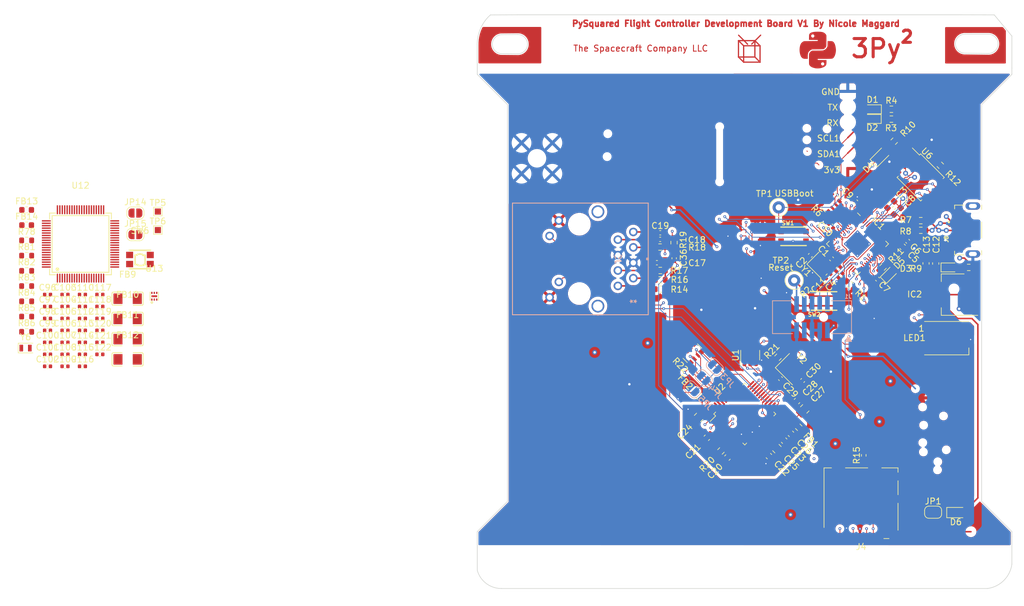
<source format=kicad_pcb>
(kicad_pcb (version 20241229) (generator "pcbnew") (generator_version "9.0")
  (layers (0 "F.Cu" signal) (4 "In1.Cu" signal) (6 "In2.Cu" signal) (2 "B.Cu" signal) (13 "F.Paste" user) (15 "B.Paste" user) (5 "F.SilkS" user "F.Silkscreen") (7 "B.SilkS" user "B.Silkscreen") (1 "F.Mask" user) (3 "B.Mask" user) (25 "Edge.Cuts" user))
  (net 0 "")
  (net 1 "Net-(IC1-XIN)")
  (net 2 "Net-(C2-Pad2)")
  (net 3 "1.2V")
  (net 4 "GND")
  (net 5 "+3V3")
  (net 6 "EN_1.2V")
  (net 7 "3v3 Spec")
  (net 8 "unconnected-(IC1-GPIO22-Pad34)")
  (net 9 "TCT")
  (net 10 "RCT")
  (net 11 "Net-(C18-Pad1)")
  (net 12 "RX+")
  (net 13 "Net-(C19-Pad1)")
  (net 14 "RX-")
  (net 15 "VDDA")
  (net 16 "Net-(U2-TOCAP)")
  (net 17 "Net-(U2-1V20)")
  (net 18 "Net-(U2-XI{slash}CLKIN)")
  (net 19 "Net-(U2-XO)")
  (net 20 "Net-(D1-K)")
  (net 21 "TX")
  (net 22 "Net-(D2-K)")
  (net 23 "RX")
  (net 24 "Net-(D3-A)")
  (net 25 "/USBBOOT")
  (net 26 "Net-(D4-A)")
  (net 27 "Net-(D5-A)")
  (net 28 "Net-(D6-K)")
  (net 29 "unconnected-(IC1-GPIO20-Pad31)")
  (net 30 "SDA1")
  (net 31 "SCL1")
  (net 32 "SDA0")
  (net 33 "SCL0")
  (net 34 "unconnected-(IC1-GPIO12-Pad15)")
  (net 35 "I2C_RESET")
  (net 36 "SPI1_MISO")
  (net 37 "SPI1_CS0")
  (net 38 "SPI1_SCK")
  (net 39 "SPI1_MOSI")
  (net 40 "unconnected-(IC1-GPIO23-Pad35)")
  (net 41 "VBUS_RESET")
  (net 42 "unconnected-(IC1-GPIO21-Pad32)")
  (net 44 "Net-(IC1-XOUT)")
  (net 45 "SWCLK")
  (net 46 "SWDIO")
  (net 47 "/~{RESET}")
  (net 48 "SPI0_MISO")
  (net 49 "SPI0_CS0")
  (net 50 "SPI0_SCK")
  (net 51 "SPI0_MOSI")
  (net 52 "unconnected-(IC1-GPIO6-Pad8)")
  (net 53 "unconnected-(IC1-GPIO15-Pad18)")
  (net 54 "NEOPIX")
  (net 55 "NEO_PWR")
  (net 56 "firm_active")
  (net 57 "/A2")
  (net 58 "/A3")
  (net 59 "/D-")
  (net 60 "/D+")
  (net 61 "/QSPI_DATA[3]")
  (net 62 "/QSPI_SCK")
  (net 63 "/QSPI_DATA[0]")
  (net 64 "/QSPI_DATA[2]")
  (net 65 "/QSPI_DATA[1]")
  (net 66 "/QSPI_CS")
  (net 72 "TX+")
  (net 73 "TX-")
  (net 74 "GREENLED")
  (net 75 "YELLOWLED")
  (net 76 "Net-(JP3-A)")
  (net 77 "Net-(JP3-B)")
  (net 78 "Net-(JP4-B)")
  (net 79 "Net-(JP5-B)")
  (net 80 "Net-(U2-EXRES1)")
  (net 81 "Net-(R22-R4.1)")
  (net 82 "MISO_ETHER")
  (net 97 "USB_D-")
  (net 98 "USB_D+")
  (net 100 "SPI0_CS1")
  (net 101 "GNDA")
  (net 103 "VDDAT")
  (net 104 "VDD12A")
  (net 105 "VDDIO")
  (net 106 "Net-(U12-XO)")
  (net 107 "Net-(U12-XI)")
  (net 108 "VDD12D")
  (net 109 "Net-(U13-VOUT)")
  (net 110 "1v2 Spec")
  (net 111 "+1V2")
  (net 112 "Net-(JP14-B)")
  (net 113 "Net-(JP15-B)")
  (net 114 "INTR_N")
  (net 115 "VDD33")
  (net 116 "PME_N")
  (net 117 "Net-(U12-ISET)")
  (net 118 "Net-(U12-SPIS_N)")
  (net 119 "Net-(U12-SDA_MDIO)")
  (net 120 "Net-(U12-SCL_MDC)")
  (net 121 "Net-(U12-RST_N)")
  (net 122 "Net-(U12-REFCLKO)")
  (net 123 "TXP2")
  (net 124 "TXM2")
  (net 130 "LED4_1")
  (net 132 "LED3_0")
  (net 134 "TXM4")
  (net 135 "RXP3")
  (net 136 "LED4_0")
  (net 139 "RXP1")
  (net 141 "RXM3")
  (net 144 "LED2_1")
  (net 145 "LED1_0")
  (net 147 "RXM1")
  (net 148 "TXM3")
  (net 149 "LED1_1")
  (net 151 "RXM2")
  (net 153 "TXP4")
  (net 157 "LED2_0")
  (net 161 "RXP4")
  (net 163 "RXP2")
  (net 166 "LED3_1")
  (net 167 "TXM1")
  (net 168 "TXP1")
  (net 171 "TXP3")
  (net 172 "RXM4")
  (footprint "LED_SMD:LED_0603_1608Metric" (layer "F.Cu") (at 211.241036 90.238965 45)
    (property "Reference" "D5")
    (property "Value" "LED")
  )
  (footprint "Resistor_SMD:R_Array_Convex_4x0603" (layer "F.Cu") (at 178.75 103.32 135)
    (property "Reference" "R22")
    (property "Value" "10k")
  )
  (footprint "Capacitor_SMD:C_0402_1005Metric" (layer "F.Cu") (at 202.74 89.45 -135)
    (property "Reference" "C11")
    (property "Value" "100nf")
  )
  (footprint "Capacitor_SMD:C_0603_1608Metric" (layer "F.Cu") (at 217.21 88.52 90)
    (property "Reference" "C13")
    (property "Value" "22uF")
  )
  (footprint "Capacitor_SMD:C_0402_1005Metric" (layer "F.Cu") (at 72.61 105.48)
    (property "Reference" "C102")
    (property "Value" "22uF")
  )
  (footprint "Resistor_SMD:R_0603_1608Metric" (layer "F.Cu") (at 216.345 81.48)
    (property "Reference" "R7")
    (property "Value" "22")
  )
  (footprint "Capacitor_SMD:C_0402_1005Metric" (layer "F.Cu") (at 172.91 88.41)
    (property "Reference" "C17")
    (property "Value" "10nf")
  )
  (footprint "Resistor_SMD:R_0402_1005Metric" (layer "F.Cu") (at 206.96 120.14 90)
    (property "Reference" "R15")
    (property "Value" "10k")
  )
  (footprint "Capacitor_SMD:C_0402_1005Metric" (layer "F.Cu") (at 78.35 103.51)
    (property "Reference" "C115")
    (property "Value" "100uF")
  )
  (footprint "Capacitor_SMD:C_0402_1005Metric" (layer "F.Cu") (at 72.61 95.63)
    (property "Reference" "C97")
    (property "Value" "22uF")
  )
  (footprint "Capacitor_SMD:C_0402_1005Metric" (layer "F.Cu") (at 81.22 93.66)
    (property "Reference" "C117")
    (property "Value" "100uF")
  )
  (footprint "Resistor_SMD:R_0603_1608Metric" (layer "F.Cu") (at 69.17 87.24)
    (property "Reference" "R81")
    (property "Value" "4.7k")
  )
  (footprint "Resistor_SMD:R_0603_1608Metric" (layer "F.Cu") (at 173.43 85.83 180)
    (property "Reference" "R18")
    (property "Value" "49.9")
  )
  (footprint "Package_TO_SOT_SMD:SOT-223" (layer "F.Cu") (at 221.63 93.67 180)
    (property "Reference" "IC2")
    (property "Value" "AZ1117CH-3.3TRG1")
  )
  (footprint "Capacitor_SMD:C_0805_2012Metric" (layer "F.Cu") (at 179.78 113.9 45)
    (property "Reference" "C24")
    (property "Value" "10uF")
  )
  (footprint "Capacitor_SMD:C_0402_1005Metric" (layer "F.Cu") (at 203.12 90.51 45)
    (property "Reference" "C4")
    (property "Value" "100nf")
  )
  (footprint "Capacitor_SMD:C_0805_2012Metric" (layer "F.Cu") (at 192.67 119.04 135)
    (property "Reference" "C25")
    (property "Value" "10uF")
  )
  (footprint "LED_SMD:LED_0603_1608Metric" (layer "F.Cu") (at 208.37 63.13 180)
    (property "Reference" "D1")
    (property "Value" "LED")
  )
  (footprint "Resistor_SMD:R_Array_Convex_4x0603" (layer "F.Cu") (at 201.457868 78.494924 135)
    (property "Reference" "R6")
    (property "Value" "10k")
  )
  (footprint "Resistor_SMD:R_0603_1608Metric" (layer "F.Cu") (at 196.26 115.52 -45)
    (property "Reference" "FB1")
    (property "Value" "FerriteBead")
  )
  (footprint "Capacitor_SMD:C_0402_1005Metric" (layer "F.Cu") (at 78.35 105.48)
    (property "Reference" "C116")
    (property "Value" "0.1uF")
  )
  (footprint "Capacitor_SMD:C_0603_1608Metric" (layer "F.Cu") (at 218.81 88.54 90)
    (property "Reference" "C12")
    (property "Value" "10uF")
  )
  (footprint "LED_SMD:LED_0603_1608Metric" (layer "F.Cu") (at 221.17 89.19)
    (property "Reference" "D3")
    (property "Value" "LED")
  )
  (footprint "Capacitor_SMD:C_0603_1608Metric" (layer "F.Cu") (at 184.52 120.51 -135)
    (property "Reference" "C20")
    (property "Value" "0.1uF")
  )
  (footprint "Capacitor_SMD:C_0402_1005Metric" (layer "F.Cu") (at 173.45 84.56)
    (property "Reference" "C18")
    (property "Value" "6.8nf")
  )
  (footprint "FC_DEV_BOARD:BTN_KMR2_4.6X2.8" (layer "F.Cu") (at 200.43 94.71)
    (property "Reference" "SW2")
    (property "Value" "KMR2")
  )
  (footprint "Capacitor_SMD:C_0402_1005Metric" (layer "F.Cu") (at 173.46 83.48)
    (property "Reference" "C19")
    (property "Value" "6.8nf")
  )
  (footprint "LOGO" (layer "F.Cu") (at 199.374384 53.975466)
    (property "Reference" "G***" (hide yes))
    (property "Value" "LOGO" (hide yes))
  )
  (footprint "Capacitor_SMD:C_0603_1608Metric" (layer "F.Cu") (at 211.401992 78.848008 45)
    (property "Reference" "C3")
    (property "Value" "1uF")
  )
  (footprint "Crystal:Crystal_SMD_3225-4Pin_3.2x2.5mm" (layer "F.Cu") (at 194.98 105.95 -45)
    (property "Reference" "Y2")
    (property "Value" "25MHz")
  )
  (footprint "Resistor_SMD:R_0402_1005Metric" (layer "F.Cu") (at 201.1 90.63 -135)
    (property "Reference" "R2")
    (property "Value" "1k")
  )
  (footprint "Capacitor_SMD:C_0402_1005Metric" (layer "F.Cu") (at 81.22 99.57)
    (property "Reference" "C120")
    (property "Value" "0.01uF")
  )
  (footprint "Resistor_SMD:R_0603_1608Metric" (layer "F.Cu") (at 69.17 97.28)
    (property "Reference" "R85")
    (property "Value" "10k")
  )
  (footprint "Crystal:Crystal_SMD_2012-2Pin_2.0x1.2mm" (layer "F.Cu") (at 68.99 102.47)
    (property "Reference" "Y6")
    (property "Value" "25MHZ")
  )
  (footprint "Resistor_SMD:R_0603_1608Metric" (layer "F.Cu") (at 173.47 89.69 180)
    (property "Reference" "R17")
    (property "Value" "10")
  )
  (footprint "Capacitor_SMD:C_0603_1608Metric" (layer "F.Cu") (at 191.35 120.27 -45)
    (property "Reference" "C22")
    (property "Value" "0.1uF")
  )
  (footprint "easyeda2kicad:L1206" (layer "F.Cu") (at 85.79 94.34)
    (property "Reference" "FB9")
    (property "Value" "CBW321609U101T")
  )
  (footprint "Resistor_SMD:R_0603_1608Metric" (layer "F.Cu") (at 192.84 103.98 45)
    (property "Reference" "R21")
    (property "Value" "1M")
  )
  (footprint "Crystal:Crystal_SMD_2520-4Pin_2.5x2.0mm" (layer "F.Cu") (at 199.756307 88.816256 -45)
    (property "Reference" "Y1")
    (property "Value" "12MHZ")
  )
  (footprint "LOGO" (layer "F.Cu") (at 199.374384 53.975466)
    (property "Reference" "G***" (hide yes))
    (property "Value" "LOGO" (hide yes))
  )
  (footprint "Capacitor_SMD:C_0603_1608Metric" (layer "F.Cu") (at 212.48 79.92 45)
    (property "Reference" "C8")
    (property "Value" "1uF")
  )
  (footprint "Capacitor_SMD:C_0402_1005Metric" (layer "F.Cu") (at 81.22 103.51)
    (property "Reference" "C122")
    (property "Value" "22uF")
  )
  (footprint "easyeda2kicad:XDFN-6_L1.2-W1.2-P0.40-BL-EP" (layer "F.Cu") (at 90.18 93.93)
    (property "Reference" "U13")
    (property "Value" "NCP130AMX120TCG")
  )
  (footprint "Capacitor_SMD:C_0402_1005Metric" (layer "F.Cu") (at 201.57 82.35 135)
    (property "Reference" "C10")
    (property "Value" "100nf")
  )
  (footprint "easyeda2kicad:KEY-TH_4P-L3.5-W4.9-P2.80-LS4.3" (layer "F.Cu") (at 87.82 87.88)
    (property "Reference" "SW6")
    (property "Value" "EVPAA602W")
  )
  (footprint "Capacitor_SMD:C_0402_1005Metric" (layer "F.Cu") (at 81.22 95.63)
    (property "Reference" "C118")
    (property "Value" "0.01uF")
  )
  (footprint "Jumper:SolderJumper-2_P1.3mm_Open_RoundedPad1.0x1.5mm" (layer "F.Cu") (at 218.38 129.51)
    (property "Reference" "JP1")
    (property "Value" "SolderJumper_2_Open")
  )
  (footprint "Capacitor_SMD:C_0402_1005Metric" (layer "F.Cu") (at 75.48 103.51)
    (property "Reference" "C108")
    (property "Value" "22uF")
  )
  (footprint "Jumper:SolderJumper-2_P1.3mm_Open_RoundedPad1.0x1.5mm" (layer "F.Cu") (at 87.07 83.78)
    (property "Reference" "JP15")
    (property "Value" "SolderJumper_2_Open")
  )
  (footprint "Capacitor_SMD:C_0805_2012Metric" (layer "F.Cu") (at 197.25 112.49 45)
    (property "Reference" "C27")
    (property "Value" "10uF")
  )
  (footprint "Resistor_SMD:R_0603_1608Metric" (layer "F.Cu") (at 219.56 72.36 135)
    (property "Reference" "R12")
    (property "Value" "10k")
  )
  (footprint "Resistor_SMD:R_0603_1608Metric" (layer "F.Cu") (at 173.45 92.77 180)
    (property "Reference" "R14")
    (property "Value" "49.9")
  )
  (footprint "Resistor_SMD:R_0603_1608Metric" (layer "F.Cu") (at 69.17 84.73)
    (property "Reference" "R78")
    (property "Value" "4.7k")
  )
  (footprint "Resistor_SMD:R_0603_1608Metric" (layer "F.Cu") (at 175.73 85.1 -90)
    (property "Reference" "R19")
    (property "Value" "49.9")
  )
  (footprint "Package_TO_SOT_SMD:SOT-23-5" (layer "F.Cu") (at 188.27 103.64 90)
    (property "Reference" "U1")
    (property "Value" "SN74AHC1G125DBVR")
  )
  (footprint "Resistor_SMD:R_0603_1608Metric" (layer "F.Cu") (at 211.51 63.13)
    (property "Reference" "R4")
    (property "Value" "1k")
  )
  (footprint "Resistor_SMD:R_0603_1608Metric" (layer "F.Cu") (at 183.45 119.42 45)
    (property "Reference" "R20")
    (property "Value" "12.4k")
  )
  (footprint "Inductor_SMD:L_0603_1608Metric" (layer "F.Cu") (at 69.17 82.22)
    (property "Reference" "FB14")
    (property "Value" "FerriteBead")
  )
  (footprint "Resistor_SMD:R_0603_1608Metric" (layer "F.Cu") (at 69.17 92.26)
    (property "Reference" "R83")
    (property "Value" "10k")
  )
  (footprint "TestPoint:TestPoint_Loop_D1.80mm_Drill1.0mm_Beaded" (layer "F.Cu") (at 195.51 91.32)
    (property "Reference" "TP2")
    (property "Value" "RESET")
  )
  (footprint "Diode_SMD:D_SOD-323F" (layer "F.Cu") (at 222.23 129.57)
    (property "Reference" "D6")
    (property "Value" "NSR0320")
  )
  (footprint "Capacitor_SMD:C_0402_1005Metric" (layer "F.Cu") (at 198.16 87.21 -135)
    (property "Reference" "C2")
    (property "Value" "22pF")
  )
  (footprint "Capacitor_SMD:C_0603_1608Metric" (layer "F.Cu") (at 195.97 111.2 45)
    (property "Reference" "C28")
    (property "Value" "0.1uF")
  )
  (footprint "Capacitor_SMD:C_0603_1608Metric" (layer "F.Cu") (at 213.36 85.8 -45)
    (property "Reference" "C6")
    (property "Value" "1uF")
  )
  (footprint "Capacitor_SMD:C_0402_1005Metric" (layer "F.Cu") (at 75.48 97.6)
    (property "Reference" "C105")
    (property "Value" "0.1uF")
  )
  (footprint "Capacitor_SMD:C_0402_1005Metric" (layer "F.Cu") (at 78.35 101.54)
    (property "Reference" "C114")
    (property "Value" "0.1uF")
  )
  (footprint "Capacitor_SMD:C_0402_1005Metric" (layer "F.Cu") (at 75.48 105.48)
    (property "Reference" "C109")
    (property "Value" "0.1uF")
  )
  (footprint "Capacitor_SMD:C_0402_1005Metric" (layer "F.Cu") (at 205.65 78.39 135)
    (property "Reference" "C9")
    (property "Value" "100nf")
  )
  (footprint "Capacitor_SMD:C_0402_1005Metric" (layer "F.Cu") (at 78.35 97.6)
    (property "Reference" "C112")
    (property "Value" "0.1uF")
  )
  (footprint "Package_SO:SOIC-8_5.275x5.275mm_P1.27mm" (layer "F.Cu") (at 216.33 74.36 -45)
    (property "Reference" "U6")
    (property "Value" "W25Q128JV")
  )
  (footprint "LED_SMD:LED_0603_1608Metric" (layer "F.Cu") (at 208.35 64.73 180)
    (property "Reference" "D2")
    (property "Value" "LED")
  )
  (footprint "easyeda2kicad:LQFP-80_L10.0-W10.0-P0.40-LS12.2-BL" (layer "F.Cu") (at 78.035 85.315)
    (property "Reference" "U12")
    (property "Value" "KSZ8795CLXIC")
  )
  (footprint "Capacitor_SMD:C_0402_1005Metric" (layer "F.Cu") (at 78.35 99.57)
    (property "Reference" "C113")
    (property "Value" "100uF")
  )
  (footprint "TestPoint:TestPoint_Pad_1.0x1.0mm" (layer "F.Cu") (at 90.77 83.03)
    (property "Reference" "TP6")
    (property "Value" "TestPoint")
  )
  (footprint "Capacitor_SMD:C_0402_1005Metric" (layer "F.Cu") (at 75.48 99.57)
    (property "Reference" "C106")
    (property "Value" "22pF")
  )
  (footprint "Resistor_SMD:R_0603_1608Metric" (layer "F.Cu") (at 179.78 110.36 -45)
    (property "Reference" "FB2")
    (property "Value" "FerriteBead")
  )
  (footprint "Capacitor_SMD:C_0402_1005Metric" (layer "F.Cu") (at 209.23 91.11 -45)
    (property "Reference" "C7")
    (property "Value" "100nf")
  )
  (footprint "Resistor_SMD:R_0603_1608Metric" (layer "F.Cu") (at 216.35 83.07)
    (property "Reference" "R8")
    (property "Value" "22")
  )
  (footprint "LED_SMD:LED_WS2812B_PLCC4_5.0x5.0mm_P3.2mm" (layer "F.Cu") (at 220.61 100.84)
    (property "Reference" "LED1")
    (property "Value" "WS2812B_SK6812_1515")
  )
  (footprint "Capacitor_SMD:C_0402_1005Metric" (layer "F.Cu") (at 72.61 101.54)
    (property "Reference" "C100")
    (property "Value" "0.1uF")
  )
  (footprint "Resistor_SMD:R_0603_1608Metric" (layer "F.Cu") (at 210.13 89.12 45)
    (property "Reference" "R11")
    (property "Value" "10k")
  )
  (footprint "Capacitor_SMD:C_0402_1005Metric" (layer "F.Cu") (at 201.67 87.78 -45)
    (property "Reference" "C1")
    (property "Value" "22pF")
  )
  (footprint "Resistor_SMD:R_0603_1608Metric" (layer "F.Cu") (at 69.17 94.77)
    (property "Reference" "R84")
    (property "Value" "10k")
  )
  (footprint "Capacitor_SMD:C_0402_1005Metric" (layer "F.Cu") (at 78.35 95.63)
    (property "Reference" "C111")
    (property "Value" "0.1uF")
  )
  (footprint "Diode_SMD:D_SOD-323F" (layer "F.Cu") (at 209.7425 70.86 45)
    (property "Reference" "D4")
    (property "Value" "NSR0320")
  )
  (footprint "Capacitor_SMD:C_0402_1005Metric" (layer "F.Cu") (at 75.48 93.66)
    (property "Reference" "C103")
    (property "Value" "0.1uF")
  )
  (footprint "Resistor_SMD:R_0603_1608Metric" (layer "F.Cu") (at 211.51 64.75)
    (property "Reference" "R3")
    (property "Value" "1k")
  )
  (footprint "Connector_Card:microSD_HC_Molex_104031-0811" (layer "F.Cu") (at 206.53 128.03 180)
    (property "Reference" "J4")
    (property "Value" "104031-0811")
  )
  (footprint "Resistor_SMD:R_0603_1608Metric" (layer "F.Cu") (at 204.74 92.05 135)
    (property "Reference" "R1")
    (property "Value" "10k")
  )
  (footprint "Capacitor_SMD:C_0402_1005Metric" (layer "F.Cu") (at 75.48 101.54)
    (property "Reference" "C107")
    (property "Value" "22pF")
  )
  (footprint "Capacitor_SMD:C_0402_1005Metric" (layer "F.Cu") (at 81.22 97.6)
    (property "Reference" "C119")
    (property "Value" "0.1uF")
  )
  (footprint "Capacitor_SMD:C_0402_1005Metric" (layer "F.Cu") (at 75.48 95.63)
    (property "Reference" "C104")
    (property "Value" "0.1uF")
  )
  (footprint "Capacitor_SMD:C_0603_1608Metric" (layer "F.Cu") (at 181.13 117.25 -135)
    (property "Reference" "C21")
    (property "Value" "0.1uF")
  )
  (footprint "Capacitor_SMD:C_0603_1608Metric" (layer "F.Cu") (at 193.86 117.72 -45)
    (property "Reference" "C23")
    (property "Value" "0.1uF")
  )
  (footprint "Package_DFN_QFN:QFN-56-1EP_7x7mm_P0.4mm_EP3.2x3.2mm_ThermalVias" (layer "F.Cu") (at 205.93 85.31 -45)
    (property "Reference" "IC1")
    (property "Value" "RP2040_QFN56")
  )
  (footprint "easyeda2kicad:L1206" (layer "F.Cu") (at 85.79 104.33)
    (property "Reference" "FB12")
    (property "Value" "CBW321609U101T")
  )
  (footprint "Capacitor_SMD:C_0402_1005Metric" (layer "F.Cu") (at 214.199411 84.879411 135)
    (property "Reference" "C5")
    (property "Value" "100nf")
  )
  (footprint "Resistor_SMD:R_0603_1608Metric" (layer "F.Cu") (at 173.46 91.23 180)
    (property "Reference" "R16")
    (property "Value" "49.9")
  )
  (footprint "TestPoint:TestPoint_Pad_1.0x1.0mm" (layer "F.Cu") (at 90.77 79.98)
    (property "Reference" "TP5")
    (property "Value" "TestPoint")
  )
  (footprint "Resistor_SMD:R_0603_1608Metric" (layer "F.Cu") (at 69.17 89.75)
    (property "Reference" "R82")
    (property "Value" "12.4k")
  )
  (footprint "FC_DEV_BOARD:BTN_KMR2_4.6X2.8" (layer "F.Cu") (at 195.4 84.06)
    (property "Reference" "SW1")
    (property "Value" "KMR2")
  )
  (footprint "Capacitor_SMD:C_0402_1005Metric" (layer "F.Cu") (at 175.75 87.68 -90)
    (property "Reference" "C36")
    (property "Value" "10nf")
  )
  (footprint "Capacitor_SMD:C_0402_1005Metric" (layer "F.Cu") (at 193.25 107.5 -45)
    (property "Reference" "C29")
    (property "Value" "22pF")
  )
  (footprint "Capacitor_SMD:C_0402_1005Metric" (layer "F.Cu") (at 72.61 93.66)
    (property "Reference" "C96")
    (property "Value" "22uF")
  )
  (footprint "Capacitor_SMD:C_0402_1005Metric" (layer "F.Cu") (at 72.61 99.57)
    (property "Reference" "C99")
    (property "Value" "0.1uF")
  )
  (footprint "Jumper:SolderJumper-2_P1.3mm_Open_RoundedPad1.0x1.5mm" (layer "F.Cu") (at 87.07 80.23)
    (property "Reference" "JP14")
    (property "Value" "SolderJumper_2_Open")
  )
  (footprint "TestPoint:TestPoint_Loop_D1.80mm_Drill1.0mm_Beaded" (layer "F.Cu") (at 192.96 79.3)
    (property "Reference" "TP1")
    (property "Value" "USBBOOT")
  )
  (footprint "Capacitor_SMD:C_0402_1005Metric" (layer "F.Cu") (at 72.61 103.51)
    (property "Reference" "C101")
    (property "Value" "0.1uF")
  )
  (footprint "easyeda2kicad:L1206" (layer "F.Cu") (at 85.79 97.67)
    (property "Reference" "FB10")
    (property "Value" "CBW321609U101T")
  )
  (footprint "Capacitor_SMD:C_0402_1005Metric" (layer "F.Cu") (at 81.22 101.54)
    (property "Reference" "C121")
    (property "Value" "10uF")
  )
  (footprint "Resistor_SMD:R_0603_1608Metric" (layer "F.Cu") (at 69.17 99.79)
    (property "Reference" "R86")
    (property "Value" "10k")
  )
  (footprint "Resistor_SMD:R_0603_1608Metric" (layer "F.Cu") (at 211.97 68.39 -135)
    (property "Reference" "R10")
    (property "Value" "1k")
  )
  (footprint "Inductor_SMD:L_0603_1608Metric" (layer "F.Cu") (at 69.17 79.71)
    (property "Reference" "FB13")
    (property "Value" "FerriteBead")
  )
  (footprint "Capacitor_SMD:C_0402_1005Metric" (layer "F.Cu") (at 72.61 97.6)
    (property "Reference" "C98")
    (property "Value" "0.1uF")
  )
  (footprint "easyeda2kicad:L1206" (layer "F.Cu") (at 85.79 101)
    (property "Reference" "FB11")
    (property "Value" "CBW321609U101T")
  )
  (footprint "Capacitor_SMD:C_0603_1608Metric" (layer "F.Cu") (at 194.98 116.6 135)
    (property "Reference" "C26")
    (property "Value" "0.1uF")
  )
  (footprint "Capacitor_SMD:C_0402_1005Metric" (layer "F.Cu") (at 196.91 107.81 -135)
    (property "Reference" "C30")
    (property "Value" "22pF")
  )
  (footprint "FC_DEV_BOARD:MOLEX_105164-0001" (layer "F.Cu") (at 226.37 83.02 90)
    (property "Reference" "J8")
    (property "Value" "USB_B_Micro")
    (fp_line (start 2.825 -1.15) (end 2.825 -0.5) (stroke (width 0.01)) (layer "Edge.Cuts"))
    (fp_line (start 1.925 -1.15) (end 1.925 -0.5) (stroke (width 0.01)) (layer "Edge.Cuts"))
    (fp_line (start -1.925 -1.15) (end -1.925 -0.5) (stroke (width 0.01)) (layer "Edge.Cuts"))
    (fp_line (start -2.825 -1.15) (end -2.825 -0.5) (stroke (width 0.01)) (layer "Edge.Cuts"))
    (fp_line (start 4.9 0) (end 3.4 0) (stroke (width 0.01)) (layer "Edge.Cuts"))
    (fp_line (start 3.4 0) (end 2.825 -0.5) (stroke (width 0.01)) (layer "Edge.Cuts"))
    (fp_line (start -3.4 0) (end -2.825 -0.5) (stroke (width 0.01)) (layer "Edge.Cuts"))
    (fp_line (start -4.9 0) (end -3.4 0) (stroke (width 0.01)) (layer "Edge.Cuts"))
    (fp_line (start 0.00053 0.004943) (end 1.3 0) (stroke (width 0.01)) (layer "Edge.Cuts"))
    (fp_line (start 0.00053 0.004943) (end -1.29947 0.004943) (stroke (width 0.01)) (layer "Edge.Cuts"))
    (fp_arc (start 1.925 -1.15) (mid 2.375 -1.6) (end 2.825 -1.15) (stroke (width 0.01)) (layer "Edge.Cuts"))
    (fp_arc (start -2.825 -1.15) (mid -2.375 -1.6) (end -1.925 -1.15) (stroke (width 0.01)) (layer "Edge.Cuts"))
    (fp_arc (start 1.925529 -0.504943) (mid 1.717412 -0.122833) (end 1.3 0) (stroke (width 0.01)) (layer "Edge.Cuts"))
    (fp_arc (start -1.29947 0.004943) (mid -1.716881 -0.117891) (end -1.924999 -0.5) (stroke (width 0.01)) (layer "Edge.Cuts"))
  )
  (footprint "Package_QFP:LQFP-48_7x7mm_P0.5mm" (layer "F.Cu") (at 187.372124 113.328788 45)
    (property "Reference" "U2")
    (property "Value" "W5500")
  )
  (footprint "Capacitor_SMD:C_0402_1005Metric" (layer "F.Cu") (at 78.35 93.66)
    (property "Reference" "C110")
    (property "Value" "0.1uF")
  )
  (footprint "Resistor_SMD:R_0603_1608Metric" (layer "F.Cu") (at 224.24 89.18 180)
    (property "Reference" "R9")
    (property "Value" "10k")
  )
  (footprint "FC_DEV_BOARD:JTAG_2X05_1.27MM_BOX_NOCREAM" (layer "B.Cu") (at 198.44 97.38 180)
    (property "Reference" "J1")
    (property "Value" "Conn_ARM_JTAG_SWD_10")
  )
  (footprint "Jumper:SolderJumper-2_P1.3mm_Open_RoundedPad1.0x1.5mm" (layer "B.Cu") (at 178.79 109.28 135)
    (property "Reference" "JP5")
    (property "Value" "SolderJumper_2_Open")
  )
  (footprint "FC_DEV_BOARD:RB1-125BAG1A_WIZ" (layer "B.Cu") (at 169.030001 92.23 90)
    (property "Reference" "J5")
    (property "Value" "RJ45_LED_Shielded")
  )
  (footprint "Jumper:SolderJumper-2_P1.3mm_Open_RoundedPad1.0x1.5mm" (layer "B.Cu") (at 180.620381 107.440381 135)
    (property "Reference" "JP4")
    (property "Value" "SolderJumper_2_Open")
  )
  (footprint "Jumper:SolderJumper-2_P1.3mm_Open_RoundedPad1.0x1.5mm" (layer "B.Cu") (at 182.45 105.58 135)
    (property "Reference" "JP3")
    (property "Value" "SolderJumper_2_Open")
  )
  (gr_line (start 187.19 55.37) (end 186.34 54.52) (stroke (width 0.2)) (layer "F.Cu"))
  (gr_line (start 189.04 51.82) (end 189.89 52.67) (stroke (width 0.2)) (layer "F.Cu"))
  (gr_line (start 187.84 52.41) (end 186.36 50.93) (stroke (width 0.2)) (layer "F.Cu"))
  (gr_line (start 186.34 54.52) (end 189.04 54.52) (stroke (width 0.2)) (layer "F.Cu"))
  (gr_line (start 187.19 52.67) (end 187.19 55.37) (stroke (width 0.2)) (layer "F.Cu"))
  (gr_line (start 189.89 52.67) (end 187.19 52.67) (stroke (width 0.2)) (layer "F.Cu"))
  (gr_line (start 189.04 51.82) (end 186.34 51.82) (stroke (width 0.2)) (layer "F.Cu"))
  (gr_line (start 188.52 52.39) (end 189.99 50.92) (stroke (width 0.2)) (layer "F.Cu"))
  (gr_line (start 189.04 54.52) (end 189.04 51.82) (stroke (width 0.2)) (layer "F.Cu"))
  (gr_line (start 186.34 54.52) (end 186.34 51.82) (stroke (width 0.2)) (layer "F.Cu"))
  (gr_line (start 186.34 51.82) (end 187.19 52.67) (stroke (width 0.2)) (layer "F.Cu"))
  (gr_line (start 187.19 55.37) (end 189.89 55.37) (stroke (width 0.2)) (layer "F.Cu"))
  (gr_line (start 189.04 54.52) (end 189.89 55.37) (stroke (width 0.2)) (layer "F.Cu"))
  (gr_line (start 189.89 55.37) (end 189.89 52.67) (stroke (width 0.2)) (layer "F.Cu"))
  (gr_line (start 147.266164 53.978713) (end 150.016362 54.003722) (stroke (width 0.1)) (layer "Edge.Cuts"))
  (gr_line (start 197.601362 47.563722) (end 223.001362 47.563722) (stroke (width 0.1)) (layer "Edge.Cuts"))
  (gr_arc (start 143.3432 52.5744) (mid 143.878092 49.844486) (end 145.50672 47.589245) (stroke (width 0.1)) (layer "Edge.Cuts"))
  (gr_arc (start 150.016362 50.803722) (mid 151.616378 52.403722) (end 150.016362 54.003722) (stroke (width 0.1)) (layer "Edge.Cuts"))
  (gr_arc (start 223.616362 53.903722) (mid 222.041575 52.303731) (end 223.666337 50.754515) (stroke (width 0.1)) (layer "Edge.Cuts"))
  (gr_line (start 143.3432 134) (end 143.3432 132.71) (stroke (width 0.1)) (layer "Edge.Cuts"))
  (gr_line (start 143.3432 139.0744) (end 143.3432 134) (stroke (width 0.1)) (layer "Edge.Cuts"))
  (gr_line (start 147.316139 50.829506) (end 150.016362 50.803722) (stroke (width 0.1)) (layer "Edge.Cuts"))
  (gr_line (start 143.3432 57.38) (end 143.3432 52.5744) (stroke (width 0.1)) (layer "Edge.Cuts"))
  (gr_line (start 145.50672 47.589245) (end 149.976362 47.563722) (stroke (width 0.1)) (layer "Edge.Cuts"))
  (gr_line (start 231.3432 133.532) (end 231.3432 132.71) (stroke (width 0.1)) (layer "Edge.Cuts"))
  (gr_line (start 227.3432 142.0744) (end 147.3432 142.0744) (stroke (width 0.1)) (layer "Edge.Cuts"))
  (gr_line (start 223.001362 47.563722) (end 228.441362 47.578722) (stroke (width 0.1)) (layer "Edge.Cuts"))
  (gr_arc (start 227.466362 50.753722) (mid 229.066378 52.353722) (end 227.466362 53.953722) (stroke (width 0.1)) (layer "Edge.Cuts"))
  (gr_arc (start 147.266164 53.978713) (mid 145.821876 52.380794) (end 147.316139 50.829506) (stroke (width 0.1)) (layer "Edge.Cuts"))
  (gr_line (start 231.3432 132.71) (end 226.37 127.7368) (stroke (width 0.1)) (layer "Edge.Cuts"))
  (gr_arc (start 147.3432 142.0744) (mid 144.830806 141.257591) (end 143.3432 139.0744) (stroke (width 0.1)) (layer "Edge.Cuts"))
  (gr_line (start 197.601362 47.563722) (end 196.4436 47.563722) (stroke (width 0.1)) (layer "Edge.Cuts"))
  (gr_line (start 143.3432 132.71) (end 148.32 127.7332) (stroke (width 0.1)) (layer "Edge.Cuts"))
  (gr_line (start 185.536362 47.563722) (end 149.976362 47.563722) (stroke (width 0.1)) (layer "Edge.Cuts"))
  (gr_line (start 185.536362 47.563722) (end 186.8932 47.563722) (stroke (width 0.1)) (layer "Edge.Cuts"))
  (gr_line (start 186.8932 47.563722) (end 196.4436 47.563722) (stroke (width 0.1)) (layer "Edge.Cuts"))
  (gr_line (start 223.616362 53.903722) (end 227.466362 53.953722) (stroke (width 0.1)) (layer "Edge.Cuts"))
  (gr_line (start 143.3432 57.38) (end 148.32 62.3568) (stroke (width 0.1)) (layer "Edge.Cuts"))
  (gr_line (start 226.37 87.92) (end 226.37 127.7368) (stroke (width 0.1)) (layer "Edge.Cuts"))
  (gr_line (start 231.3432 57.38) (end 226.37 62.3532) (stroke (width 0.1)) (layer "Edge.Cuts"))
  (gr_line (start 231.3432 56.345522) (end 231.3432 57.38) (stroke (width 0.1)) (layer "Edge.Cuts"))
  (gr_line (start 226.37 78.12) (end 226.37 62.3532) (stroke (width 0.1)) (layer "Edge.Cuts"))
  (gr_line (start 231.3432 56.345522) (end 231.3432 51.0744) (stroke (width 0.1)) (layer "Edge.Cuts"))
  (gr_line (start 228.441362 47.578722) (end 231.3432 51.0744) (stroke (width 0.1)) (layer "Edge.Cuts"))
  (gr_line (start 231.3432 133.532) (end 231.3432 138.0744) (stroke (width 0.1)) (layer "Edge.Cuts"))
  (gr_line (start 227.466362 50.753722) (end 223.666337 50.754515) (stroke (width 0.1)) (layer "Edge.Cuts"))
  (gr_line (start 148.32 127.7332) (end 148.32 62.3568) (stroke (width 0.1)) (layer "Edge.Cuts"))
  (gr_arc (start 231.3432 138.0744) (mid 230.019606 140.750806) (end 227.3432 142.0744) (stroke (width 0.1)) (layer "Edge.Cuts"))
  (gr_text "2" (at 214.07 51.2 0) (layer "F.Cu") (effects (font (size 2 2) (thickness 0.5))))
  (gr_text "3Py" (at 209.01 53.12 0) (layer "F.Cu") (effects (font (size 3 3) (thickness 0.5))))
  (gr_text "PySquared Flight Controller Development Board V1 By Nicole Maggard" (at 185.92 49.6 0) (layer "F.Cu") (effects (font (size 1 1) (thickness 0.25) (bold yes)) (justify bottom)))
  (gr_text "The Spacecraft Company LLC" (at 159.07 53.69 0) (layer "F.Cu") (effects (font (size 1 1)) (justify left bottom)))
  (gr_text "SDA1" (at 199.19 71.08 0) (layer "F.SilkS") (effects (font (size 1 1)) (justify left bottom)))
  (gr_text "SCL1" (at 199.18 68.5 0) (layer "F.SilkS") (effects (font (size 1 1)) (justify left bottom)))
  (gr_text "GND" (at 199.87 60.85 0) (layer "F.SilkS") (effects (font (size 1 1)) (justify left bottom)))
  (gr_text "3v3" (at 200.27 73.71 0) (layer "F.SilkS") (effects (font (size 1 1)) (justify left bottom)))
  (gr_text "RX" (at 200.74 65.97 0) (layer "F.SilkS") (effects (font (size 1 1)) (justify left bottom)))
  (gr_text "Reset" (at 191.15 89.79 0) (layer "F.SilkS") (effects (font (size 1 1)) (justify left bottom)))
  (gr_text "USBBoot" (at 192.21 77.57 0) (layer "F.SilkS") (effects (font (size 1 1)) (justify left bottom)))
  (gr_text "TX" (at 200.9 63.42 0) (layer "F.SilkS") (effects (font (size 1 1)) (justify left bottom)))
  (segment (start 187.86 85.19) (end 188.07 84.98) (width 0.127) (layer "F.Cu") (net 0))
  (segment (start 207.954021 101.834005) (end 208.088213 101.699813) (width 0.127) (layer "F.Cu") (net 0))
  (segment (start 172.855 76.95) (end 175.34 79.435) (width 0.25) (layer "F.Cu") (net 0))
  (segment (start 212.627837 98.956237) (end 208.986238 102.597838) (width 0.25) (layer "F.Cu") (net 0))
  (segment (start 203.463363 101.523363) (end 203.774005 101.834005) (width 0.127) (layer "F.Cu") (net 0))
  (segment (start 175.34 79.435) (end 175.34 79.71) (width 0.25) (layer "F.Cu") (net 0))
  (segment (start 208.088213 101.699813) (end 207.892522 101.895506) (width 0.25) (layer "F.Cu") (net 0))
  (segment (start 190.56 93) (end 199.944239 102.384239) (width 0.25) (layer "F.Cu") (net 0))
  (segment (start 189.0825 82.97) (end 189.0825 82.47) (width 0.127) (layer "F.Cu") (net 0))
  (segment (start 199.944239 102.384239) (end 202.934239 102.384239) (width 0.25) (layer "F.Cu") (net 0))
  (segment (start 203.774005 101.834005) (end 207.954021 101.834005) (width 0.127) (layer "F.Cu") (net 0))
  (segment (start 202.934239 102.384239) (end 204.39 103.84) (width 0.25) (layer "F.Cu") (net 0))
  (segment (start 188.07 84.98) (end 188.07 83.9825) (width 0.127) (layer "F.Cu") (net 0))
  (via (at 182.79 85.77) (size 0.46) (drill 0.2) (layers "F.Cu" "B.Cu") (net 0))
  (via (at 204.39 103.84) (size 0.46) (drill 0.2) (layers "F.Cu" "B.Cu") (net 0))
  (via (at 175.34 79.71) (size 0.46) (drill 0.2) (layers "F.Cu" "B.Cu") (net 0))
  (via (at 190.56 93) (size 0.46) (drill 0.2) (layers "F.Cu" "B.Cu") (net 0))
  (segment (start 210.13 103.84) (end 215.46 109.17) (width 0.25) (layer "B.Cu") (net 0))
  (segment (start 176.73 79.71) (end 182.79 85.77) (width 0.25) (layer "B.Cu") (net 0))
  (segment (start 175.34 79.71) (end 176.73 79.71) (width 0.25) (layer "B.Cu") (net 0))
  (segment (start 204.39 103.84) (end 210.13 103.84) (width 0.25) (layer "B.Cu") (net 0))
  (segment (start 201.690589 88.119411) (end 200.87 88.94) (width 0.127) (layer "F.Cu") (net 1))
  (segment (start 203.075056 87.316415) (end 202.27206 88.119411) (width 0.127) (layer "F.Cu") (net 1))
  (segment (start 202.27206 88.119411) (end 202.009411 88.119411) (width 0.127) (layer "F.Cu") (net 1))
  (segment (start 202.009411 88.119411) (end 201.690589 88.119411) (width 0.127) (layer "F.Cu") (net 1))
  (segment (start 198.752709 90.990624) (end 198.0365 90.274415) (width 0.127) (layer "F.Cu") (net 2))
  (segment (start 200.739376 90.990624) (end 198.752709 90.990624) (width 0.127) (layer "F.Cu") (net 2))
  (segment (start 198.642614 88.692512) (end 197.820589 87.870487) (width 0.127) (layer "F.Cu") (net 2))
  (segment (start 198.0365 89.298626) (end 198.642614 88.692512) (width 0.127) (layer "F.Cu") (net 2))
  (segment (start 197.820589 87.870487) (end 197.820589 87.549411) (width 0.127) (layer "F.Cu") (net 2))
  (segment (start 198.0365 90.274415) (end 198.0365 89.298626) (width 0.127) (layer "F.Cu") (net 2))
  (segment (start 208.219258 82.737899) (end 207.879242 83.077915) (width 0.127) (layer "F.Cu") (net 3))
  (segment (start 209.633472 84.152113) (end 209.973489 83.812096) (width 0.127) (layer "F.Cu") (net 3))
  (segment (start 208.219258 82.737899) (end 210.853984 80.103173) (width 0.127) (layer "F.Cu") (net 3))
  (segment (start 208.902129 84.492129) (end 209.293456 84.492129) (width 0.127) (layer "F.Cu") (net 3))
  (segment (start 206.043758 87.836242) (end 209.293455 84.586545) (width 0.127) (layer "F.Cu") (net 3))
  (segment (start 209.973489 83.812096) (end 213.132096 83.812096) (width 0.127) (layer "F.Cu") (net 3))
  (segment (start 210.853984 80.103173) (end 210.853984 79.396016) (width 0.127) (layer "F.Cu") (net 3))
  (segment (start 203.769411 89.860589) (end 203.459411 90.170589) (width 0.127) (layer "F.Cu") (net 3))
  (segment (start 203.769411 89.002134) (end 203.769411 89.860589) (width 0.127) (layer "F.Cu") (net 3))
  (segment (start 203.583568 88.816291) (end 203.769411 89.002134) (width 0.127) (layer "F.Cu") (net 3))
  (segment (start 209.293455 84.49213) (end 209.633472 84.152113) (width 0.127) (layer "F.Cu") (net 3))
  (segment (start 205.716242 87.836242) (end 206.043758 87.836242) (width 0.127) (layer "F.Cu") (net 3))
  (segment (start 207.879242 83.469242) (end 208.902129 84.492129) (width 0.127) (layer "F.Cu") (net 3))
  (segment (start 203.923585 88.164944) (end 203.583568 88.504961) (width 0.127) (layer "F.Cu") (net 3))
  (segment (start 204.684416 87.404113) (end 205.284113 87.404113) (width 0.127) (layer "F.Cu") (net 3))
  (segment (start 209.293455 84.586545) (end 209.293455 84.49213) (width 0.127) (layer "F.Cu") (net 3))
  (segment (start 203.583568 88.504961) (end 203.583568 88.816291) (width 0.127) (layer "F.Cu") (net 3))
  (segment (start 213.132096 83.812096) (end 213.86 84.54) (width 0.127) (layer "F.Cu") (net 3))
  (segment (start 209.293456 84.492129) (end 209.633472 84.152113) (width 0.127) (layer "F.Cu") (net 3))
  (segment (start 205.284113 87.404113) (end 205.716242 87.836242) (width 0.127) (layer "F.Cu") (net 3))
  (segment (start 203.923585 88.164944) (end 204.684416 87.404113) (width 0.127) (layer "F.Cu") (net 3))
  (segment (start 207.879242 83.077915) (end 207.879242 83.469242) (width 0.127) (layer "F.Cu") (net 3))
  (segment (start 188.93 89.6425) (end 188.92 89.6325) (width 0.127) (layer "F.Cu") (net 4))
  (segment (start 214.538822 85.218822) (end 214.538822 85.717194) (width 0.127) (layer "F.Cu") (net 4))
  (segment (start 209.933762 96.262163) (end 209.933761 96.336239) (width 0.25) (layer "F.Cu") (net 4))
  (segment (start 190.29 111.471572) (end 190.29 113.13) (width 0.127) (layer "F.Cu") (net 4))
  (segment (start 205.419411 78.050589) (end 205.9 77.57) (width 0.127) (layer "F.Cu") (net 4))
  (segment (start 223.06 102.49) (end 224.49 101.06) (width 0.127) (layer "F.Cu") (net 4))
  (segment (start 210.684189 90.795812) (end 210.22301 90.795812) (width 0.127) (layer "F.Cu") (net 4))
  (segment (start 212.437377 73.161454) (end 212.437377 73.027377) (width 0.25) (layer "F.Cu") (net 4))
  (segment (start 196.570589 108.149411) (end 196.208403 108.511597) (width 0.127) (layer "F.Cu") (net 4))
  (segment (start 214.538822 85.218822) (end 214.538822 85.318822) (width 0.127) (layer "F.Cu") (net 4))
  (segment (start 197.921751 111.818249) (end 197.921751 111.768249) (width 0.127) (layer "F.Cu") (net 4))
  (segment (start 210.684189 90.795812) (end 210.684189 91.645811) (width 0.127) (layer "F.Cu") (net 4))
  (segment (start 189.0825 83.47) (end 188.58 83.47) (width 0.127) (layer "F.Cu") (net 4))
  (segment (start 177.463363 109.776637) (end 176.41 110.83) (width 0.127) (layer "F.Cu") (net 4))
  (segment (start 202.780589 90.169411) (end 202.400589 89.789411) (width 0.127) (layer "F.Cu") (net 4))
  (segment (start 198.53 89.990944) (end 198.53 90.07) (width 0.127) (layer "F.Cu") (net 4))
  (segment (start 210.831786 97.160188) (end 209.933762 96.262163) (width 0.25) (layer "F.Cu") (net 4))
  (segment (start 201.330589 87.440589) (end 201.080355 87.440589) (width 0.127) (layer "F.Cu") (net 4))
  (segment (start 213.021992 79.371992) (end 211.95 78.3) (width 0.127) (layer "F.Cu") (net 4))
  (segment (start 218.81 87.765) (end 217.23 87.765) (width 0.25) (layer "F.Cu") (net 4))
  (segment (start 200.700589 82.010589) (end 201.230589 82.010589) (width 0.127) (layer "F.Cu") (net 4))
  (segment (start 202.48 95.51) (end 198.38 95.51) (width 0.25) (layer "F.Cu") (net 4))
  (segment (start 188.82 85.19) (end 188.57 84.94) (width 0.127) (layer "F.Cu") (net 4))
  (segment (start 210.684189 91.645811) (end 210.4 91.93) (width 0.127) (layer "F.Cu") (net 4))
  (segment (start 188.93 90.95) (end 188.93 89.6425) (width 0.127) (layer "F.Cu") (net 4))
  (segment (start 215.27 86.05) (end 215.515 86.05) (width 0.127) (layer "F.Cu") (net 4))
  (segment (start 224.78 95.97) (end 222.69 95.97) (width 0.25) (layer "F.Cu") (net 4))
  (segment (start 215.515 86.05) (end 217.21 87.745) (width 0.127) (layer "F.Cu") (net 4))
  (segment (start 179.196637 109.776637) (end 177.463363 109.776637) (width 0.127) (layer "F.Cu") (net 4))
  (segment (start 193.589411 108.172161) (end 190.845786 110.915786) (width 0.127) (layer "F.Cu") (net 4))
  (segment (start 196.518008 110.651992) (end 196.570589 110.599411) (width 0.127) (layer "F.Cu") (net 4))
  (segment (start 209.933761 96.336239) (end 208.679998 97.590002) (width 0.25) (layer "F.Cu") (net 4))
  (segment (start 222.26 84.32) (end 220.77 84.32) (width 0.25) (layer "F.Cu") (net 4))
  (segment (start 188.57 83.9825) (end 188.56 83.9725) (width 0.127) (layer "F.Cu") (net 4))
  (segment (start 224.49 101.06) (end 224.55 101.06) (width 0.127) (layer "F.Cu") (net 4))
  (segment (start 195.91 60.001499) (end 204.141499 60.001499) (width 0.127) (layer "F.Cu") (net 4))
  (segment (start 205.310589 78.050589) (end 205.419411 78.050589) (width 0.127) (layer "F.Cu") (net 4))
  (segment (start 204.141499 60.001499) (end 204.33 60.19) (width 0.127) (layer "F.Cu") (net 4))
  (segment (start 196.570589 110.599411) (end 196.570589 108.149411) (width 0.127) (layer "F.Cu") (net 4))
  (segment (start 213.028008 78.201992) (end 213.39 77.84) (width 0.127) (layer "F.Cu") (net 4))
  (segment (start 196.41 95.51) (end 194.25 93.35) (width 0.25) (layer "F.Cu") (net 4))
  (segment (start 190.845786 110.915786) (end 190.29 111.471572) (width 0.127) (layer "F.Cu") (net 4))
  (segment (start 202.400589 89.789411) (end 202.400589 89.799411) (width 0.127) (layer "F.Cu") (net 4))
  (segment (start 189.22 104.7775) (end 189.8425 104.7775) (width 0.127) (layer "F.Cu") (net 4))
  (segment (start 214.538822 85.318822) (end 215.27 86.05) (width 0.127) (layer "F.Cu") (net 4))
  (segment (start 202.780589 90.849411) (end 202.780589 90.169411) (width 0.127) (layer "F.Cu") (net 4))
  (segment (start 188.58 83.47) (end 188.49 83.38) (width 0.127) (layer "F.Cu") (net 4))
  (segment (start 220.3825 89.19) (end 220.235 89.19) (width 0.25) (layer "F.Cu") (net 4))
  (segment (start 196.208403 108.511597) (end 194.261597 108.511597) (width 0.127) (layer "F.Cu") (net 4))
  (segment (start 190 86.55) (end 190 85.63) (width 0.127) (layer "F.Cu") (net 4))
  (segment (start 222.69 95.97) (end 222.66 96) (width 0.25) (layer "F.Cu") (net 4))
  (segment (start 190.29 113.13) (end 190.339348 113.114032) (width 0.127) (layer "F.Cu") (net 4))
  (segment (start 198.499411 86.870589) (end 197.45 85.821178) (width 0.127) (layer "F.Cu") (net 4))
  (segment (start 218.15 68.15) (end 218.14 68.16) (width 0.25) (layer "F.Cu") (net 4))
  (segment (start 220.77 84.32) (end 220.4 84.69) (width 0.25) (layer "F.Cu") (net 4))
  (segment (start 209.395 60.19) (end 204.33 60.19) (width 0.25) (layer "F.Cu") (net 4))
  (segment (start 191.906446 114.68113) (end 191.84113 114.68113) (width 0.127) (layer "F.Cu") (net 4))
  (segment (start 213.028008 79.371992) (end 213.028008 78.201992) (width 0.127) (layer "F.Cu") (net 4))
  (segment (start 194.261597 108.511597) (end 193.589411 107.839411) (width 0.127) (layer "F.Cu") (net 4))
  (segment (start 198.38 95.51) (end 196.41 95.51) (width 0.25) (layer "F.Cu") (net 4))
  (segment (start 193.35 84.86) (end 195.32 84.86) (width 0.127) (layer "F.Cu") (net 4))
  (segment (start 188.42 89.6325) (end 188.92 89.6325) (width 0.127) (layer "F.Cu") (net 4))
  (segment (start 200.3 81.61) (end 200.700589 82.010589) (width 0.127) (layer "F.Cu") (net 4))
  (segment (start 190.07 90.95) (end 190.08 90.96) (width 0.127) (layer "F.Cu") (net 4))
  (segment (start 193.589411 107.839411) (end 193.589411 108.172161) (width 0.127) (layer "F.Cu") (net 4))
  (segment (start 191.84113 114.68113) (end 190.29 113.13) (width 0.127) (layer "F.Cu") (net 4))
  (segment (start 188.57 84.94) (end 188.57 83.9825) (width 0.127) (layer "F.Cu") (net 4))
  (segment (start 204.135 133.48) (end 204.135 132.145) (width 0.127) (layer "F.Cu") (net 4))
  (segment (start 213.028008 79.371992) (end 213.021992 79.371992) (width 0.127) (layer "F.Cu") (net 4))
  (segment (start 195.32 84.86) (end 197.45 84.86) (width 0.127) (layer "F.Cu") (net 4))
  (segment (start 190.22 83.47) (end 190.3 83.39) (width 0.127) (layer "F.Cu") (net 4))
  (segment (start 212.437377 73.027377) (end 211.18 71.77) (width 0.25) (layer "F.Cu") (net 4))
  (segment (start 212.335 63.13) (end 212.335 64.75) (width 0.25) (layer "F.Cu") (net 4))
  (segment (start 190 85.63) (end 189.95 85.58) (width 0.127) (layer "F.Cu") (net 4))
  (segment (start 201.080355 87.440589) (end 198.53 89.990944) (width 0.127) (layer "F.Cu") (net 4))
  (segment (start 188.93 90.95) (end 190.07 90.95) (width 0.127) (layer "F.Cu") (net 4))
  (segment (start 189.0825 83.47) (end 190.22 83.47) (width 0.127) (layer "F.Cu") (net 4))
  (segment (start 197.45 85.821178) (end 197.45 84.86) (width 0.127) (layer "F.Cu") (net 4))
  (segment (start 214.538822 85.717194) (end 213.908008 86.348008) (width 0.127) (layer "F.Cu") (net 4))
  (segment (start 197.921751 111.768249) (end 198.68 111.01) (width 0.127) (layer "F.Cu") (net 4))
  (segment (start 202.780589 91.249411) (end 202.52 91.51) (width 0.127) (layer "F.Cu") (net 4))
  (segment (start 188.57 83.46) (end 188.49 83.38) (width 0.127) (layer "F.Cu") (net 4))
  (segment (start 196.755494 110.651992) (end 197.921751 111.818249) (width 0.127) (layer "F.Cu") (net 4))
  (segment (start 190 86.55) (end 190 86.37) (width 0.127) (layer "F.Cu") (net 4))
  (segment (start 220.235 89.19) (end 218.81 87.765) (width 0.25) (layer "F.Cu") (net 4))
  (segment (start 196.518008 110.651992) (end 196.755494 110.651992) (width 0.127) (layer "F.Cu") (net 4))
  (segment (start 212.335 63.13) (end 209.395 60.19) (width 0.25) (layer "F.Cu") (net 4))
  (segment (start 188.57 83.9825) (end 188.57 83.46) (width 0.127) (layer "F.Cu") (net 4))
  (segment (start 204.135 132.145) (end 204.12 132.13) (width 0.127) (layer "F.Cu") (net 4))
  (segment (start 184.64 84) (end 184.61 84.03) (width 0.127) (layer "F.Cu") (net 4))
  (segment (start 190 86.37) (end 188.82 85.19) (width 0.127) (layer "F.Cu") (net 4))
  (segment (start 220.05 68.15) (end 218.15 68.15) (width 0.25) (layer "F.Cu") (net 4))
  (segment (start 189.8425 104.7775) (end 190.15 104.47) (width 0.127) (layer "F.Cu") (net 4))
  (segment (start 202.780589 90.849411) (end 202.780589 91.249411) (width 0.127) (layer "F.Cu") (net 4))
  (segment (start 217.23 87.765) (end 217.21 87.745) (width 0.25) (layer "F.Cu") (net 4))
  (segment (start 210.22301 90.795812) (end 209.569411 91.449411) (width 0.127) (layer "F.Cu") (net 4))
  (segment (start 185.69 84) (end 184.64 84) (width 0.127) (layer "F.Cu") (net 4))
  (via (at 180.23 96.17) (size 0.8) (drill 0.4) (layers "F.Cu" "B.Cu") (net 4))
  (via (at 215.27 86.05) (size 0.8) (drill 0.4) (layers "F.Cu" "B.Cu") (net 4))
  (via (at 168.38 108.43) (size 0.8) (drill 0.4) (layers "F.Cu" "B.Cu") (net 4))
  (via (at 176.41 110.83) (size 0.46) (drill 0.2) (layers "F.Cu" "B.Cu") (net 4))
  (via (at 184.61 84.03) (size 0.46) (drill 0.2) (layers "F.Cu" "B.Cu") (net 4))
  (via (at 210.4 91.93) (size 0.46) (drill 0.2) (layers "F.Cu" "B.Cu") (net 4))
  (via (at 218.14 68.16) (size 0.8) (drill 0.4) (layers "F.Cu" "B.Cu") (net 4))
  (via (at 208.679998 97.590002) (size 0.46) (drill 0.2) (layers "F.Cu" "B.Cu") (net 4))
  (via (at 200.3 81.61) (size 0.46) (drill 0.2) (layers "F.Cu" "B.Cu") (net 4))
  (via (at 213.39 77.84) (size 0.8) (drill 0.4) (layers "F.Cu" "B.Cu") (net 4))
  (via (at 222.66 96) (size 0.8) (drill 0.4) (layers "F.Cu" "B.Cu") (net 4))
  (via (at 189.95 85.58) (size 0.46) (drill 0.2) (layers "F.Cu" "B.Cu") (net 4))
  (via (at 190.29 113.13) (size 0.46) (drill 0.2) (layers "F.Cu" "B.Cu") (net 4))
  (via (at 198.53 90.07) (size 0.46) (drill 0.2) (layers "F.Cu" "B.Cu") (net 4))
  (via (at 190.15 104.47) (size 0.46) (drill 0.2) (layers "F.Cu" "B.Cu") (net 4))
  (via (at 196.16 78.06) (size 0.8) (drill 0.4) (layers "F.Cu" "B.Cu") (net 4))
  (via (at 220.4 84.69) (size 0.8) (drill 0.4) (layers "F.Cu" "B.Cu") (net 4))
  (via (at 205.9 77.57) (size 0.46) (drill 0.2) (layers "F.Cu" "B.Cu") (net 4))
  (via (at 204.12 132.13) (size 0.46) (drill 0.2) (layers "F.Cu" "B.Cu") (net 4))
  (via (at 224.55 101.06) (size 0.46) (drill 0.2) (layers "F.Cu" "B.Cu") (net 4))
  (via (at 211.18 71.77) (size 0.8) (drill 0.4) (layers "F.Cu" "B.Cu") (net 4))
  (via (at 195.32 84.86) (size 0.46) (drill 0.2) (layers "F.Cu" "B.Cu") (net 4))
  (via (at 198.68 111.01) (size 0.46) (drill 0.2) (layers "F.Cu" "B.Cu") (net 4))
  (via (at 194.25 93.35) (size 0.46) (drill 0.2) (layers "F.Cu" "B.Cu") (net 4))
  (via (at 201.55 106.36) (size 0.8) (drill 0.4) (layers "F.Cu" "B.Cu") (net 4))
  (via (at 202.52 91.51) (size 0.46) (drill 0.2) (layers "F.Cu" "B.Cu") (net 4))
  (via (at 208.29 76.34) (size 0.8) (drill 0.4) (layers "F.Cu" "B.Cu") (net 4))
  (via (at 189.07 95.91) (size 0.8) (drill 0.4) (layers "F.Cu" "B.Cu") (net 4))
  (via (at 188.49 83.38) (size 0.46) (drill 0.2) (layers "F.Cu" "B.Cu") (net 4))
  (via (at 190.08 90.96) (size 0.46) (drill 0.2) (layers "F.Cu" "B.Cu") (net 4))
  (segment (start 189.901389 89.48) (end 190.37 89.48) (width 0.127) (layer "F.Cu") (net 5))
  (segment (start 195.421992 111.691992) (end 195.421992 111.748008) (width 0.127) (layer "F.Cu") (net 5))
  (segment (start 208.037746 89.917746) (end 208.890589 90.770589) (width 0.127) (layer "F.Cu") (net 5))
  (segment (start 187.92 89.6325) (end 187.92 90.9) (width 0.127) (layer "F.Cu") (net 5))
  (segment (start 202.792214 83.572214) (end 201.909411 82.689411) (width 0.127) (layer "F.Cu") (net 5))
  (segment (start 202.792214 83.586427) (end 202.792214 83.572214) (width 0.127) (layer "F.Cu") (net 5))
  (segment (start 211.054835 80.468008) (end 211.931992 80.468008) (width 0.127) (layer "F.Cu") (net 5))
  (segment (start 209.916314 84.434955) (end 210.199157 84.717798) (width 0.127) (layer "F.Cu") (net 5))
  (segment (start 212.06 84.37) (end 212.811992 85.121992) (width 0.127) (layer "F.Cu") (net 5))
  (segment (start 207.653573 88.447786) (end 208.037746 88.831959) (width 0.127) (layer "F.Cu") (net 5))
  (segment (start 203.485787 84.28) (end 204.24 84.28) (width 0.127) (layer "F.Cu") (net 5))
  (segment (start 187.5575 83.47) (end 187.5575 82.97) (width 0.127) (layer "F.Cu") (net 5))
  (segment (start 188.39 86.55) (end 188.36 86.58) (width 0.127) (layer "F.Cu") (net 5))
  (segment (start 187.5575 82.97) (end 185.76 82.97) (width 0.127) (layer "F.Cu") (net 5))
  (segment (start 205.677814 81.380859) (end 205.337798 81.040843) (width 0.127) (layer "F.Cu") (net 5))
  (segment (start 208.784944 83.303585) (end 208.502101 83.020742) (width 0.127) (layer "F.Cu") (net 5))
  (segment (start 203.079411 89.110589) (end 203.079411 88.443432) (width 0.127) (layer "F.Cu") (net 5))
  (segment (start 206.335 132.255) (end 206.34 132.25) (width 0.127) (layer "F.Cu") (net 5))
  (segment (start 205.677814 82.842186) (end 205.677814 81.380859) (width 0.127) (layer "F.Cu") (net 5))
  (segment (start 192.832178 109.6365) (end 193.3665 109.6365) (width 0.127) (layer "F.Cu") (net 5))
  (segment (start 203.403758 84.362029) (end 203.485787 84.28) (width 0.127) (layer "F.Cu") (net 5))
  (segment (start 203.640742 87.882101) (end 204.16 87.362843) (width 0.127) (layer "F.Cu") (net 5))
  (segment (start 208.037746 88.831959) (end 208.037746 89.917746) (width 0.127) (layer "F.Cu") (net 5))
  (segment (start 195.676637 114.936637) (end 195.676637 114.063363) (width 0.127) (layer "F.Cu") (net 5))
  (segment (start 205.337798 81.040843) (end 205.337798 79.381024) (width 0.127) (layer "F.Cu") (net 5))
  (segment (start 189.891389 89.47) (end 189.901389 89.48) (width 0.127) (layer "F.Cu") (net 5))
  (segment (start 210.199157 85.902202) (end 210.199157 84.717798) (width 0.127) (layer "F.Cu") (net 5))
  (segment (start 203.403758 85.505843) (end 203.403758 84.362029) (width 0.127) (layer "F.Cu") (net 5))
  (segment (start 193.3665 109.6365) (end 195.421992 111.691992) (width 0.127) (layer "F.Cu") (net 5))
  (segment (start 204.16 87.362843) (end 204.16 86.262085) (width 0.127) (layer "F.Cu") (net 5))
  (segment (start 189.5825 89.47) (end 189.891389 89.47) (width 0.127) (layer "F.Cu") (net 5))
  (segment (start 212.478008 80.468008) (end 213.13 81.12) (width 0.127) (layer "F.Cu") (net 5))
  (segment (start 187.92 90.9) (end 187.97 90.95) (width 0.127) (layer "F.Cu") (net 5))
  (segment (start 185.76 82.97) (end 185.69 83.04) (width 0.127) (layer "F.Cu") (net 5))
  (segment (start 195.676637 114.063363) (end 196.578249 113.161751) (width 0.127) (layer "F.Cu") (net 5))
  (segment (start 189.04 86.55) (end 188.39 86.55) (width 0.127) (layer "F.Cu") (net 5))
  (segment (start 188.92 86.67) (end 189.04 86.55) (width 0.127) (layer "F.Cu") (net 5))
  (segment (start 204.16 86.262085) (end 203.403758 85.505843) (width 0.127) (layer "F.Cu") (net 5))
  (segment (start 203.079411 88.443432) (end 203.640742 87.882101) (width 0.127) (layer "F.Cu") (net 5))
  (segment (start 205.337798 79.381024) (end 205.989411 78.729411) (width 0.127) (layer "F.Cu") (net 5))
  (segment (start 202.792214 83.586427) (end 203.485787 84.28) (width 0.127) (layer "F.Cu") (net 5))
  (segment (start 206.335 133.48) (end 206.335 132.255) (width 0.127) (layer "F.Cu") (net 5))
  (segment (start 204.24 84.28) (end 205.677814 82.842186) (width 0.127) (layer "F.Cu") (net 5))
  (segment (start 210.199157 84.717798) (end 210.546955 84.37) (width 0.127) (layer "F.Cu") (net 5))
  (segment (start 208.502101 83.020742) (end 211.054835 80.468008) (width 0.127) (layer "F.Cu") (net 5))
  (segment (start 191.199339 111.269339) (end 192.832178 109.6365) (width 0.127) (layer "F.Cu") (net 5))
  (segment (start 212.811992 85.121992) (end 212.811992 85.251992) (width 0.127) (layer "F.Cu") (net 5))
  (segment (start 211.931992 80.468008) (end 212.478008 80.468008) (width 0.127) (layer "F.Cu") (net 5))
  (segment (start 188.92 87.8075) (end 188.92 86.67) (width 0.127) (layer "F.Cu") (net 5))
  (segment (start 210.546955 84.37) (end 212.06 84.37) (width 0.127) (layer "F.Cu") (net 5))
  (via (at 211.35 107.92) (size 0.8) (drill 0.4) (layers "F.Cu" "B.Cu") (net 5))
  (via (at 194.91 129.92) (size 0.8) (drill 0.4) (layers "F.Cu" "B.Cu") (net 5))
  (via (at 202.28 118.21) (size 0.8) (drill 0.4) (layers "F.Cu" "B.Cu") (net 5))
  (via (at 171.39 101.65) (size 0.8) (drill 0.4) (layers "F.Cu" "B.Cu") (net 5))
  (via (at 209.54 114.59) (size 0.8) (drill 0.4) (layers "F.Cu" "B.Cu") (net 5))
  (via (at 206.34 132.25) (size 0.46) (drill 0.2) (layers "F.Cu" "B.Cu") (net 5))
  (via (at 213.13 81.12) (size 0.46) (drill 0.2) (layers "F.Cu" "B.Cu") (net 5))
  (via (at 188.36 86.58) (size 0.46) (drill 0.2) (layers "F.Cu" "B.Cu") (net 5))
  (via (at 202.01 98.77) (size 0.46) (drill 0.2) (layers "F.Cu" "B.Cu") (net 5))
  (via (at 162.67 103.18) (size 0.8) (drill 0.4) (layers "F.Cu" "B.Cu") (net 5))
  (segment (start 200.98 99.53) (end 201.25 99.53) (width 0.25) (layer "B.Cu") (net 5))
  (segment (start 201.25 99.53) (end 202.01 98.77) (width 0.25) (layer "B.Cu") (net 5))
  (segment (start 224.61 132.72) (end 223.36 132.72) (width 0.25) (layer "F.Cu") (net 6))
  (segment (start 224.78 91.37) (end 224.78 89.465) (width 0.25) (layer "F.Cu") (net 6))
  (segment (start 222.26 81.72) (end 221.47 81.72) (width 0.25) (layer "F.Cu") (net 6))
  (segment (start 223.525 87.64) (end 225.065 89.18) (width 0.25) (layer "F.Cu") (net 6))
  (segment (start 224.78 91.37) (end 223.18 91.37) (width 0.25) (layer "F.Cu") (net 6))
  (segment (start 224.78 89.465) (end 225.065 89.18) (width 0.25) (layer "F.Cu") (net 6))
  (segment (start 220.865 91.37) (end 224.78 91.37) (width 0.25) (layer "F.Cu") (net 6))
  (segment (start 218.81 89.315) (end 220.865 91.37) (width 0.25) (layer "F.Cu") (net 6))
  (segment (start 221.47 81.72) (end 220.55 80.8) (width 0.25) (layer "F.Cu") (net 6))
  (segment (start 222.75 87.64) (end 223.525 87.64) (width 0.25) (layer "F.Cu") (net 6))
  (via (at 220.55 80.8) (size 0.8) (drill 0.4) (layers "F.Cu" "B.Cu") (net 6))
  (via (at 222.75 87.64) (size 0.8) (drill 0.4) (layers "F.Cu" "B.Cu") (net 6))
  (segment (start 217.21 89.295) (end 218.48 90.565) (width 0.25) (layer "F.Cu") (net 7))
  (segment (start 218.48 93.67) (end 222.41 97.6) (width 0.25) (layer "F.Cu") (net 7))
  (segment (start 224.76 97.6) (end 225.745 98.585) (width 0.25) (layer "F.Cu") (net 7))
  (segment (start 222.41 97.6) (end 224.76 97.6) (width 0.25) (layer "F.Cu") (net 7))
  (segment (start 225.745 127.155) (end 223.33 129.57) (width 0.25) (layer "F.Cu") (net 7))
  (segment (start 225.745 98.585) (end 225.745 127.155) (width 0.25) (layer "F.Cu") (net 7))
  (segment (start 218.48 90.565) (end 218.48 93.67) (width 0.25) (layer "F.Cu") (net 7))
  (segment (start 224.78 93.67) (end 218.48 93.67) (width 0.25) (layer "F.Cu") (net 7))
  (segment (start 207.936415 88.164944) (end 207.498671 87.7272) (width 0.127) (layer "F.Cu") (net 8))
  (segment (start 207.498671 87.7272) (end 207.168321 87.7272) (width 0.127) (layer "F.Cu") (net 8))
  (via (at 198.64 83.21) (size 0.46) (drill 0.2) (layers "F.Cu" "B.Cu") (net 8))
  (via (at 184.08 80.82) (size 0.46) (drill 0.2) (layers "F.Cu" "B.Cu") (net 8))
  (via (at 207.168321 87.7272) (size 0.46) (drill 0.2) (layers "F.Cu" "B.Cu") (net 8))
  (segment (start 198.64 83.21) (end 196.6965 81.2665) (width 0.127) (layer "B.Cu") (net 8))
  (segment (start 196.6965 81.2665) (end 184.5265 81.2665) (width 0.127) (layer "B.Cu") (net 8))
  (segment (start 184.5265 81.2665) (end 184.08 80.82) (width 0.127) (layer "B.Cu") (net 8))
  (segment (start 172.645 89.69) (end 166.490001 89.69) (width 0.25) (layer "F.Cu") (net 9))
  (segment (start 172.43 89.475) (end 172.645 89.69) (width 0.25) (layer "F.Cu") (net 9))
  (segment (start 172.43 88.41) (end 172.43 89.475) (width 0.25) (layer "F.Cu") (net 9))
  (segment (start 172.555 85.88) (end 169.030001 85.88) (width 0.25) (layer "F.Cu") (net 10))
  (segment (start 172.605 85.83) (end 172.555 85.88) (width 0.25) (layer "F.Cu") (net 10))
  (segment (start 175.35 87.2) (end 174.91 87.64) (width 0.25) (layer "F.Cu") (net 10))
  (segment (start 175.75 87.2) (end 175.35 87.2) (width 0.25) (layer "F.Cu") (net 10))
  (segment (start 175.73 85.925) (end 175.73 87.18) (width 0.25) (layer "F.Cu") (net 10))
  (segment (start 174.91 87.64) (end 173.07 87.64) (width 0.25) (layer "F.Cu") (net 10))
  (segment (start 172.605 87.175) (end 172.605 85.83) (width 0.25) (layer "F.Cu") (net 10))
  (segment (start 175.73 87.18) (end 175.75 87.2) (width 0.25) (layer "F.Cu") (net 10))
  (segment (start 173.07 87.64) (end 172.605 87.175) (width 0.25) (layer "F.Cu") (net 10))
  (segment (start 172.97 84.56) (end 172.92 84.61) (width 0.25) (layer "F.Cu") (net 11))
  (segment (start 172.92 84.61) (end 166.490001 84.61) (width 0.25) (layer "F.Cu") (net 11))
  (segment (start 173.93 85.505) (end 174.255 85.83) (width 0.25) (layer "F.Cu") (net 12))
  (segment (start 184.252015 116.067985) (end 185.39 114.93) (width 0.127) (layer "F.Cu") (net 12))
  (segment (start 174.25 85.835) (end 174.255 85.83) (width 0.127) (layer "F.Cu") (net 12))
  (segment (start 173.93 84.56) (end 173.93 85.505) (width 0.25) (layer "F.Cu") (net 12))
  (segment (start 174.25 86.94) (end 174.25 85.835) (width 0.127) (layer "F.Cu") (net 12))
  (segment (start 184.252015 116.095343) (end 184.252015 116.067985) (width 0.127) (layer "F.Cu") (net 12))
  (via (at 174.25 86.94) (size 0.46) (drill 0.2) (layers "F.Cu" "B.Cu") (net 12))
  (via (at 185.39 114.93) (size 0.46) (drill 0.2) (layers "F.Cu" "B.Cu") (net 12))
  (segment (start 172.84 83.34) (end 169.030001 83.34) (width 0.25) (layer "F.Cu") (net 13))
  (segment (start 172.98 83.48) (end 172.84 83.34) (width 0.25) (layer "F.Cu") (net 13))
  (segment (start 175.44 83.23) (end 175.44 83.985) (width 0.127) (layer "F.Cu") (net 14))
  (segment (start 175.73 84.275) (end 174.735 84.275) (width 0.25) (layer "F.Cu") (net 14))
  (segment (start 175.44 83.985) (end 175.73 84.275) (width 0.127) (layer "F.Cu") (net 14))
  (segment (start 185.4 114.15) (end 183.898462 115.651538) (width 0.127) (layer "F.Cu") (net 14))
  (segment (start 183.898462 115.651538) (end 183.898462 115.74179) (width 0.127) (layer "F.Cu") (net 14))
  (segment (start 174.735 84.275) (end 173.94 83.48) (width 0.25) (layer "F.Cu") (net 14))
  (via (at 175.44 83.23) (size 0.46) (drill 0.2) (layers "F.Cu" "B.Cu") (net 14))
  (via (at 185.4 114.15) (size 0.46) (drill 0.2) (layers "F.Cu" "B.Cu") (net 14))
  (segment (start 194.321034 117.171992) (end 193.311992 117.171992) (width 0.127) (layer "F.Cu") (net 15))
  (segment (start 179.108249 114.571751) (end 175.02 110.483502) (width 0.127) (layer "F.Cu") (net 15))
  (segment (start 183.544909 115.388237) (end 182.231154 116.701992) (width 0.127) (layer "F.Cu") (net 15))
  (segment (start 185.851572 115.91) (end 184.959122 116.80245) (width 0.127) (layer "F.Cu") (net 15))
  (segment (start 174.295 92.75) (end 174.275 92.77) (width 0.25) (layer "F.Cu") (net 15))
  (segment (start 185.068008 118.814884) (end 185.068008 119.961992) (width 0.127) (layer "F.Cu") (net 15))
  (segment (start 174.295 89.69) (end 174.295 92.75) (width 0.25) (layer "F.Cu") (net 15))
  (segment (start 182.284904 117.308888) (end 181.678008 116.701992) (width 0.127) (layer "F.Cu") (net 15))
  (segment (start 189.785126 116.80245) (end 190.801992 117.819316) (width 0.127) (layer "F.Cu") (net 15))
  (segment (start 190.801992 119.23353) (end 189.078019 117.509557) (width 0.127) (layer "F.Cu") (net 15))
  (segment (start 175.02 93.515) (end 174.275 92.77) (width 0.127) (layer "F.Cu") (net 15))
  (segment (start 189.078019 117.509557) (end 187.478462 115.91) (width 0.127) (layer "F.Cu") (net 15))
  (segment (start 184.452684 117.308888) (end 182.284904 117.308888) (width 0.127) (layer "F.Cu") (net 15))
  (segment (start 175.02 110.483502) (end 175.02 93.515) (width 0.127) (layer "F.Cu") (net 15))
  (segment (start 195.389663 116.103363) (end 194.321034 117.171992) (width 0.127) (layer "F.Cu") (net 15))
  (segment (start 189.09 114.98) (end 189.09 116.107324) (width 0.127) (layer "F.Cu") (net 15))
  (segment (start 191.199339 115.388237) (end 192.983094 117.171992) (width 0.127) (layer "F.Cu") (net 15))
  (segment (start 196.843363 116.103363) (end 195.389663 116.103363) (width 0.127) (layer "F.Cu") (net 15))
  (segment (start 189.09 116.107324) (end 189.785126 116.80245) (width 0.127) (layer "F.Cu") (net 15))
  (segment (start 182.231154 116.701992) (end 181.678008 116.701992) (width 0.127) (layer "F.Cu") (net 15))
  (segment (start 191.199339 115.388237) (end 190.591102 114.78) (width 0.127) (layer "F.Cu") (net 15))
  (segment (start 186.019782 117.86311) (end 185.068008 118.814884) (width 0.127) (layer "F.Cu") (net 15))
  (segment (start 190.801992 117.819316) (end 190.801992 119.721992) (width 0.127) (layer "F.Cu") (net 15))
  (segment (start 189.29 114.78) (end 189.09 114.98) (width 0.127) (layer "F.Cu") (net 15))
  (segment (start 190.801992 119.721992) (end 190.801992 119.23353) (width 0.127) (layer "F.Cu") (net 15))
  (segment (start 187.478462 115.91) (end 185.851572 115.91) (width 0.127) (layer "F.Cu") (net 15))
  (segment (start 190.591102 114.78) (end 189.29 114.78) (width 0.127) (layer "F.Cu") (net 15))
  (segment (start 192.983094 117.171992) (end 193.311992 117.171992) (width 0.127) (layer "F.Cu") (net 15))
  (segment (start 184.959122 116.80245) (end 184.452684 117.308888) (width 0.127) (layer "F.Cu") (net 15))
  (segment (start 191.998249 116.894253) (end 191.998249 118.368249) (width 0.127) (layer "F.Cu") (net 16))
  (segment (start 190.845786 115.74179) (end 191.998249 116.894253) (width 0.127) (layer "F.Cu") (net 16))
  (segment (start 192.570202 116.051992) (end 194.431992 116.051992) (width 0.127) (layer "F.Cu") (net 17))
  (segment (start 191.552893 115.034683) (end 192.570202 116.051992) (width 0.127) (layer "F.Cu") (net 17))
  (segment (start 192.910589 107.160589) (end 192.910589 108.143877) (width 0.127) (layer "F.Cu") (net 18))
  (segment (start 192.256637 104.563363) (end 192.391282 104.563363) (width 0.127) (layer "F.Cu") (net 18))
  (segment (start 193.601142 105.773223) (end 192.910589 106.463776) (width 0.127) (layer "F.Cu") (net 18))
  (segment (start 192.910589 108.143877) (end 190.492233 110.562233) (width 0.127) (layer "F.Cu") (net 18))
  (segment (start 192.391282 104.563363) (end 193.601142 105.773223) (width 0.127) (layer "F.Cu") (net 18))
  (segment (start 192.910589 106.463776) (end 192.910589 107.160589) (width 0.127) (layer "F.Cu") (net 18))
  (segment (start 193.53 103.29) (end 193.423363 103.396637) (width 0.127) (layer "F.Cu") (net 19))
  (segment (start 192.378966 103.396637) (end 191.45 104.325603) (width 0.127) (layer "F.Cu") (net 19))
  (segment (start 196.358858 104.298858) (end 195.35 103.29) (width 0.127) (layer "F.Cu") (net 19))
  (segment (start 191.45 108.897358) (end 190.138679 110.208679) (width 0.127) (layer "F.Cu") (net 19))
  (segment (start 197.249411 107.01733) (end 196.358858 106.126777) (width 0.127) (layer "F.Cu") (net 19))
  (segment (start 195.35 103.29) (end 193.53 103.29) (width 0.127) (layer "F.Cu") (net 19))
  (segment (start 193.423363 103.396637) (end 192.378966 103.396637) (width 0.127) (layer "F.Cu") (net 19))
  (segment (start 196.358858 106.126777) (end 196.358858 104.298858) (width 0.127) (layer "F.Cu") (net 19))
  (segment (start 197.249411 107.470589) (end 197.249411 107.01733) (width 0.127) (layer "F.Cu") (net 19))
  (segment (start 191.45 104.325603) (end 191.45 108.897358) (width 0.127) (layer "F.Cu") (net 19))
  (segment (start 209.1575 63.13) (end 210.685 63.13) (width 0.25) (layer "F.Cu") (net 20))
  (segment (start 205.054955 81.323686) (end 204.714939 80.98367) (width 0.127) (layer "F.Cu") (net 21))
  (segment (start 207.5825 63.13) (end 207.1825 62.73) (width 0.25) (layer "F.Cu") (net 21))
  (segment (start 204.714939 80.98367) (end 204.714939 79.255061) (width 0.127) (layer "F.Cu") (net 21))
  (segment (start 204.714939 79.255061) (end 204.95 79.02) (width 0.127) (layer "F.Cu") (net 21))
  (via (at 204.95 79.02) (size 0.46) (drill 0.2) (layers "F.Cu" "B.Cu") (net 21))
  (segment (start 210.665 64.73) (end 210.685 64.75) (width 0.25) (layer "F.Cu") (net 22))
  (segment (start 209.1375 64.73) (end 210.665 64.73) (width 0.25) (layer "F.Cu") (net 22))
  (segment (start 204.07 80.904415) (end 204.772113 81.606528) (width 0.127) (layer "F.Cu") (net 23))
  (segment (start 204.07 78.55) (end 204.07 80.904415) (width 0.127) (layer "F.Cu") (net 23))
  (segment (start 207.5625 64.73) (end 207.0225 65.27) (width 0.25) (layer "F.Cu") (net 23))
  (via (at 204.07 78.55) (size 0.46) (drill 0.2) (layers "F.Cu" "B.Cu") (net 23))
  (segment (start 221.9675 89.18) (end 221.9575 89.19) (width 0.25) (layer "F.Cu") (net 24))
  (segment (start 223.415 89.18) (end 221.9675 89.18) (width 0.25) (layer "F.Cu") (net 24))
  (segment (start 200.702552 87.3) (end 200.309752 87.3) (width 0.127) (layer "F.Cu") (net 25))
  (segment (start 201.437886 86.690845) (end 201.311707 86.690845) (width 0.127) (layer "F.Cu") (net 25))
  (segment (start 192.96 82.87) (end 193.35 83.26) (width 0.127) (layer "F.Cu") (net 25))
  (segment (start 197.45 83.495) (end 197.45 83.26) (width 0.127) (layer "F.Cu") (net 25))
  (segment (start 199.75 85.795) (end 197.45 83.495) (width 0.127) (layer "F.Cu") (net 25))
  (segment (start 201.311707 86.690845) (end 200.702552 87.3) (width 0.127) (layer "F.Cu") (net 25))
  (segment (start 199.75 86.740248) (end 199.75 85.795) (width 0.127) (layer "F.Cu") (net 25))
  (segment (start 197.45 83.26) (end 193.35 83.26) (width 0.127) (layer "F.Cu") (net 25))
  (segment (start 200.309752 87.3) (end 199.75 86.740248) (width 0.127) (layer "F.Cu") (net 25))
  (segment (start 192.96 79.3) (end 192.96 82.87) (width 0.127) (layer "F.Cu") (net 25))
  (segment (start 201.943686 86.185045) (end 201.437886 86.690845) (width 0.127) (layer "F.Cu") (net 25))
  (segment (start 208.45 72.1525) (end 208.964683 71.637817) (width 0.127) (layer "F.Cu") (net 25))
  (segment (start 208.45 72.46) (end 208.45 72.1525) (width 0.127) (layer "F.Cu") (net 25))
  (via (at 208.45 72.46) (size 0.46) (drill 0.2) (layers "F.Cu" "B.Cu") (net 25))
  (segment (start 192.96 79.3) (end 201.61 79.3) (width 0.127) (layer "B.Cu") (net 25))
  (segment (start 201.61 79.3) (end 208.45 72.46) (width 0.127) (layer "B.Cu") (net 25))
  (segment (start 211.386637 68.973363) (end 211.386637 69.215863) (width 0.25) (layer "F.Cu") (net 26))
  (segment (start 211.386637 69.215863) (end 210.520317 70.082183) (width 0.25) (layer "F.Cu") (net 26))
  (segment (start 210.713363 88.536637) (end 210.713363 88.597598) (width 0.127) (layer "F.Cu") (net 27))
  (segment (start 210.713363 88.597598) (end 211.797883 89.682118) (width 0.127) (layer "F.Cu") (net 27))
  (segment (start 219.09 129.57) (end 219.03 129.51) (width 0.25) (layer "F.Cu") (net 28))
  (segment (start 221.13 129.57) (end 219.09 129.57) (width 0.25) (layer "F.Cu") (net 28))
  (segment (start 206.57 88.495585) (end 206.57 88.42) (width 0.127) (layer "F.Cu") (net 29))
  (segment (start 207.087887 89.013472) (end 206.57 88.495585) (width 0.127) (layer "F.Cu") (net 29))
  (via (at 206.57 88.42) (size 0.46) (drill 0.2) (layers "F.Cu" "B.Cu") (net 29))
  (segment (start 203.2165 76.3835) (end 203.2165 71.4635) (width 0.127) (layer "F.Cu") (net 30))
  (segment (start 203.2165 78.009084) (end 203.2165 76.3965) (width 0.127) (layer "F.Cu") (net 30))
  (segment (start 186.77 84) (end 187.5275 84) (width 0.127) (layer "F.Cu") (net 30))
  (segment (start 203.564874 80.964975) (end 203.564874 78.904874) (width 0.127) (layer "F.Cu") (net 30))
  (segment (start 203.2165 76.3965) (end 203.21 76.39) (width 0.127) (layer "F.Cu") (net 30))
  (segment (start 220.05 66.15) (end 219.95 66.25) (width 0.25) (layer "F.Cu") (net 30))
  (segment (start 219.95 66.25) (end 208.43 66.25) (width 0.25) (layer "F.Cu") (net 30))
  (segment (start 186.77 84) (end 186.77 86.6575) (width 0.127) (layer "F.Cu") (net 30))
  (segment (start 203.564874 78.904874) (end 202.942792 78.282792) (width 0.127) (layer "F.Cu") (net 30))
  (segment (start 186.77 86.6575) (end 187.92 87.8075) (width 0.127) (layer "F.Cu") (net 30))
  (segment (start 204.48927 81.889371) (end 203.564874 80.964975) (width 0.127) (layer "F.Cu") (net 30))
  (segment (start 203.21 76.39) (end 203.2165 76.3835) (width 0.127) (layer "F.Cu") (net 30))
  (segment (start 208.43 66.25) (end 204.33 70.35) (width 0.25) (layer "F.Cu") (net 30))
  (segment (start 202.942792 78.282792) (end 203.2165 78.009084) (width 0.127) (layer "F.Cu") (net 30))
  (segment (start 187.5275 84) (end 187.5575 83.97) (width 0.127) (layer "F.Cu") (net 30))
  (segment (start 203.2165 71.4635) (end 204.33 70.35) (width 0.127) (layer "F.Cu") (net 30))
  (via (at 203.21 76.39) (size 0.46) (drill 0.2) (layers "F.Cu" "B.Cu") (net 30))
  (via (at 186.77 84) (size 0.46) (drill 0.2) (layers "F.Cu" "B.Cu") (net 30))
  (segment (start 188.1315 87.2315) (end 188.152889 87.2315) (width 0.127) (layer "F.Cu") (net 31))
  (segment (start 212.502462 65.8) (end 206.34 65.8) (width 0.25) (layer "F.Cu") (net 31))
  (segment (start 206.34 65.8) (end 204.33 67.81) (width 0.25) (layer "F.Cu") (net 31))
  (segment (start 220.05 65.15) (end 213.152462 65.15) (width 0.25) (layer "F.Cu") (net 31))
  (segment (start 187.678042 86.101958) (end 187.678042 86.778042) (width 0.127) (layer "F.Cu") (net 31))
  (segment (start 202.62 77.23) (end 202.617351 77.227351) (width 0.127) (layer "F.Cu") (net 31))
  (segment (start 202.377107 78.848477) (end 202.65995 79.13132) (width 0.127) (layer "F.Cu") (net 31))
  (segment (start 202.219673 77.630327) (end 202.219673 78.691043) (width 0.127) (layer "F.Cu") (net 31))
  (segment (start 187.6 81.76) (end 187.6 82.4275) (width 0.127) (layer "F.Cu") (net 31))
  (segment (start 188.42 87.498611) (end 188.42 87.8075) (width 0.127) (layer "F.Cu") (net 31))
  (segment (start 202.62 77.23) (end 202.219673 77.630327) (width 0.127) (layer "F.Cu") (net 31))
  (segment (start 202.219673 78.691043) (end 202.377107 78.848477) (width 0.127) (layer "F.Cu") (net 31))
  (segment (start 202.65995 80.625737) (end 204.206427 82.172214) (width 0.127) (layer "F.Cu") (net 31))
  (segment (start 213.152462 65.15) (end 212.502462 65.8) (width 0.25) (layer "F.Cu") (net 31))
  (segment (start 202.65995 79.13132) (end 202.65995 80.625737) (width 0.127) (layer "F.Cu") (net 31))
  (segment (start 187.678042 86.778042) (end 188.1315 87.2315) (width 0.127) (layer "F.Cu") (net 31))
  (segment (start 202.617351 69.522649) (end 204.33 67.81) (width 0.127) (layer "F.Cu") (net 31))
  (segment (start 187.6 82.4275) (end 187.5575 82.47) (width 0.127) (layer "F.Cu") (net 31))
  (segment (start 188.152889 87.2315) (end 188.42 87.498611) (width 0.127) (layer "F.Cu") (net 31))
  (segment (start 202.617351 77.227351) (end 202.617351 69.522649) (width 0.127) (layer "F.Cu") (net 31))
  (via (at 187.678042 86.101958) (size 0.46) (drill 0.2) (layers "F.Cu" "B.Cu") (net 31))
  (via (at 187.6 81.76) (size 0.46) (drill 0.2) (layers "F.Cu" "B.Cu") (net 31))
  (via (at 202.62 77.23) (size 0.46) (drill 0.2) (layers "F.Cu" "B.Cu") (net 31))
  (segment (start 202.33295 80.864421) (end 203.923585 82.455056) (width 0.127) (layer "F.Cu") (net 32))
  (segment (start 204.574932 82.795073) (end 204.263602 82.795073) (width 0.127) (layer "F.Cu") (net 32))
  (segment (start 202.33295 79.935692) (end 202.33295 80.864421) (width 0.127) (layer "F.Cu") (net 32))
  (segment (start 204.263602 82.795073) (end 203.923585 82.455056) (width 0.127) (layer "F.Cu") (net 32))
  (segment (start 204.615762 82.754243) (end 204.574932 82.795073) (width 0.127) (layer "F.Cu") (net 32))
  (segment (start 201.811421 79.414163) (end 202.33295 79.935692) (width 0.127) (layer "F.Cu") (net 32))
  (segment (start 204.850522 82.754243) (end 204.615762 82.754243) (width 0.127) (layer "F.Cu") (net 32))
  (via (at 204.850522 82.754243) (size 0.46) (drill 0.2) (layers "F.Cu" "B.Cu") (net 32))
  (segment (start 201.245736 80.342893) (end 201.245736 79.979848) (width 0.127) (layer "F.Cu") (net 33))
  (segment (start 203.640742 82.737899) (end 201.245736 80.342893) (width 0.127) (layer "F.Cu") (net 33))
  (segment (start 204.253942 83.351099) (end 203.640742 82.737899) (width 0.127) (layer "F.Cu") (net 33))
  (segment (start 204.462067 83.351099) (end 204.253942 83.351099) (width 0.127) (layer "F.Cu") (net 33))
  (via (at 204.462067 83.351099) (size 0.46) (drill 0.2) (layers "F.Cu" "B.Cu") (net 33))
  (segment (start 202.66 85.01) (end 202.553045 85.01) (width 0.127) (layer "F.Cu") (net 34))
  (segment (start 202.553045 85.01) (end 201.660843 85.902202) (width 0.127) (layer "F.Cu") (net 34))
  (via (at 202.66 85.01) (size 0.46) (drill 0.2) (layers "F.Cu" "B.Cu") (net 34))
  (segment (start 202.679075 82.907604) (end 202.679075 82.473441) (width 0.127) (layer "F.Cu") (net 35))
  (segment (start 203.075056 83.303585) (end 202.679075 82.907604) (width 0.127) (layer "F.Cu") (net 35))
  (via (at 202.679075 82.473441) (size 0.46) (drill 0.2) (layers "F.Cu" "B.Cu") (net 35))
  (segment (start 201.641732 83.312114) (end 201.12742 82.797802) (width 0.127) (layer "F.Cu") (net 36))
  (segment (start 201.952215 83.312114) (end 201.641732 83.312114) (width 0.127) (layer "F.Cu") (net 36))
  (segment (start 199.59 72.31) (end 199.281499 72.001499) (width 0.127) (layer "F.Cu") (net 36))
  (segment (start 199.281499 72.001499) (end 195.91 72.001499) (width 0.127) (layer "F.Cu") (net 36))
  (segment (start 202.509371 83.86927) (end 201.952215 83.312114) (width 0.127) (layer "F.Cu") (net 36))
  (via (at 201.12742 82.797802) (size 0.46) (drill 0.2) (layers "F.Cu" "B.Cu") (net 36))
  (segment (start 201.270817 83.639114) (end 201.713529 83.639114) (width 0.127) (layer "F.Cu") (net 37))
  (segment (start 200.340891 82.709188) (end 201.270817 83.639114) (width 0.127) (layer "F.Cu") (net 37))
  (segment (start 201.713529 83.639114) (end 202.226528 84.152113) (width 0.127) (layer "F.Cu") (net 37))
  (segment (start 200.340891 82.659109) (end 200.340891 82.709188) (width 0.127) (layer "F.Cu") (net 37))
  (via (at 200.340891 82.659109) (size 0.46) (drill 0.2) (layers "F.Cu" "B.Cu") (net 37))
  (segment (start 199.392286 82.522424) (end 200.964801 84.094939) (width 0.127) (layer "F.Cu") (net 38))
  (segment (start 201.60367 84.094939) (end 201.943686 84.434955) (width 0.127) (layer "F.Cu") (net 38))
  (segment (start 200.964801 84.094939) (end 201.60367 84.094939) (width 0.127) (layer "F.Cu") (net 38))
  (segment (start 199.392286 82.407714) (end 199.392286 82.522424) (width 0.127) (layer "F.Cu") (net 38))
  (via (at 199.392286 82.407714) (size 0.46) (drill 0.2) (layers "F.Cu" "B.Cu") (net 38))
  (segment (start 198.371758 82.190609) (end 198.47656 82.190609) (width 0.127) (layer "F.Cu") (net 39))
  (segment (start 197.69 70.09) (end 197.601499 70.001499) (width 0.127) (layer "F.Cu") (net 39))
  (segment (start 201.003749 84.717798) (end 201.660843 84.717798) (width 0.127) (layer "F.Cu") (net 39))
  (segment (start 198.47656 82.190609) (end 201.003749 84.717798) (width 0.127) (layer "F.Cu") (net 39))
  (via (at 198.371758 82.190609) (size 0.46) (drill 0.2) (layers "F.Cu" "B.Cu") (net 39))
  (segment (start 208.219258 87.882101) (end 207.73 87.392843) (width 0.127) (layer "F.Cu") (net 40))
  (segment (start 207.73 87.392843) (end 207.73 87.14) (width 0.127) (layer "F.Cu") (net 40))
  (via (at 207.73 87.14) (size 0.46) (drill 0.2) (layers "F.Cu" "B.Cu") (net 40))
  (via (at 199.794371 84.205629) (size 0.46) (drill 0.2) (layers "F.Cu" "B.Cu") (net 40))
  (via (at 183.18 81.24) (size 0.46) (drill 0.2) (layers "F.Cu" "B.Cu") (net 40))
  (segment (start 186 81.5935) (end 188.612129 84.205629) (width 0.127) (layer "B.Cu") (net 40))
  (segment (start 188.612129 84.205629) (end 199.794371 84.205629) (width 0.127) (layer "B.Cu") (net 40))
  (segment (start 183.18 81.24) (end 183.5335 81.5935) (width 0.127) (layer "B.Cu") (net 40))
  (segment (start 183.5335 81.5935) (end 186 81.5935) (width 0.127) (layer "B.Cu") (net 40))
  (segment (start 202.8495 85.860738) (end 202.833677 85.860738) (width 0.127) (layer "F.Cu") (net 41))
  (segment (start 202.833677 85.860738) (end 202.226528 86.467887) (width 0.127) (layer "F.Cu") (net 41))
  (via (at 202.8495 85.860738) (size 0.46) (drill 0.2) (layers "F.Cu" "B.Cu") (net 41))
  (segment (start 207.710746 90.789254) (end 206.99 91.51) (width 0.127) (layer "F.Cu") (net 42))
  (segment (start 206.99 94.59) (end 207.32438 94.92438) (width 0.127) (layer "F.Cu") (net 42))
  (segment (start 207.32438 94.92438) (end 207.32438 100.667594) (width 0.127) (layer "F.Cu") (net 42))
  (segment (start 207.37073 88.730629) (end 207.710746 89.070645) (width 0.127) (layer "F.Cu") (net 42))
  (segment (start 206.99 91.51) (end 206.99 92.6) (width 0.127) (layer "F.Cu") (net 42))
  (segment (start 207.710746 89.070645) (end 207.710746 90.789254) (width 0.127) (layer "F.Cu") (net 42))
  (segment (start 207.32438 100.667594) (end 207.190187 100.801787) (width 0.127) (layer "F.Cu") (net 42))
  (via (at 206.99 92.6) (size 0.46) (drill 0.2) (layers "F.Cu" "B.Cu") (net 42))
  (via (at 206.99 94.59) (size 0.46) (drill 0.2) (layers "F.Cu" "B.Cu") (net 42))
  (segment (start 206.99 92.6) (end 206.99 94.59) (width 0.127) (layer "B.Cu") (net 42))
  (segment (start 201.460624 90.269376) (end 201.460624 89.535194) (width 0.127) (layer "F.Cu") (net 44))
  (segment (start 201.460624 89.535194) (end 203.357899 87.637919) (width 0.127) (layer "F.Cu") (net 44))
  (segment (start 203.357899 87.637919) (end 203.357899 87.599258) (width 0.127) (layer "F.Cu") (net 44))
  (segment (start 205.044501 87.897613) (end 204.7566 87.897613) (width 0.127) (layer "F.Cu") (net 45))
  (segment (start 204.7566 87.897613) (end 204.206427 88.447786) (width 0.127) (layer "F.Cu") (net 45))
  (via (at 205.044501 87.897613) (size 0.46) (drill 0.2) (layers "F.Cu" "B.Cu") (net 45))
  (segment (start 205.044501 87.897613) (end 204.756601 87.897613) (width 0.127) (layer "B.Cu") (net 45))
  (segment (start 199.71 92.944214) (end 199.71 95.23) (width 0.127) (layer "B.Cu") (net 45))
  (segment (start 204.756601 87.897613) (end 199.71 92.944214) (width 0.127) (layer "B.Cu") (net 45))
  (segment (start 205.540613 88.390613) (end 204.829286 88.390613) (width 0.127) (layer "F.Cu") (net 46))
  (segment (start 204.829286 88.390613) (end 204.48927 88.730629) (width 0.127) (layer "F.Cu") (net 46))
  (segment (start 205.76 88.61) (end 205.540613 88.390613) (width 0.127) (layer "F.Cu") (net 46))
  (via (at 205.76 88.61) (size 0.46) (drill 0.2) (layers "F.Cu" "B.Cu") (net 46))
  (segment (start 205.76 88.61) (end 204.63 88.61) (width 0.127) (layer "B.Cu") (net 46))
  (segment (start 200.98 92.26) (end 200.98 95.23) (width 0.127) (layer "B.Cu") (net 46))
  (segment (start 204.63 88.61) (end 200.98 92.26) (width 0.127) (layer "B.Cu") (net 46))
  (segment (start 203.255 94.685) (end 203.255 99.398274) (width 0.25) (layer "F.Cu") (net 47))
  (segment (start 202.48 93.91) (end 203.255 94.685) (width 0.25) (layer "F.Cu") (net 47))
  (segment (start 204.096411 89.689174) (end 204.096411 91.406411) (width 0.127) (layer "F.Cu") (net 47))
  (segment (start 198.1 93.91) (end 198.38 93.91) (width 0.25) (layer "F.Cu") (net 47))
  (segment (start 203.255 99.398274) (end 202.296637 100.356637) (width 0.25) (layer "F.Cu") (net 47))
  (segment (start 195.51 91.32) (end 198.1 93.91) (width 0.25) (layer "F.Cu") (net 47))
  (segment (start 202.48 93.143274) (end 204.156637 91.466637) (width 0.25) (layer "F.Cu") (net 47))
  (segment (start 204.096411 91.406411) (end 204.156637 91.466637) (width 0.127) (layer "F.Cu") (net 47))
  (segment (start 202.48 93.91) (end 202.48 93.143274) (width 0.25) (layer "F.Cu") (net 47))
  (segment (start 198.38 93.91) (end 202.48 93.91) (width 0.25) (layer "F.Cu") (net 47))
  (segment (start 204.772113 89.013472) (end 204.096411 89.689174) (width 0.127) (layer "F.Cu") (net 47))
  (segment (start 195.9 91.71) (end 195.51 91.32) (width 0.25) (layer "B.Cu") (net 47))
  (segment (start 195.9 95.23) (end 195.9 91.71) (width 0.25) (layer "B.Cu") (net 47))
  (segment (start 196.7 103.6) (end 194.42 101.32) (width 0.127) (layer "F.Cu") (net 48))
  (segment (start 204.589411 89.761858) (end 205.054955 89.296314) (width 0.127) (layer "F.Cu") (net 48))
  (segment (start 190.4025 101.32) (end 190.53 101.32) (width 0.127) (layer "F.Cu") (net 48))
  (segment (start 189.22 102.5025) (end 190.4025 101.32) (width 0.127) (layer "F.Cu") (net 48))
  (segment (start 204.589411 90.55) (end 204.589411 89.761858) (width 0.127) (layer "F.Cu") (net 48))
  (segment (start 194.42 101.32) (end 190.53 101.32) (width 0.127) (layer "F.Cu") (net 48))
  (segment (start 203.035 132.225) (end 203.03 132.22) (width 0.127) (layer "F.Cu") (net 48))
  (segment (start 203.035 133.48) (end 203.035 132.225) (width 0.127) (layer "F.Cu") (net 48))
  (via (at 190.53 101.32) (size 0.46) (drill 0.2) (layers "F.Cu" "B.Cu") (net 48))
  (via (at 196.7 103.6) (size 0.46) (drill 0.2) (layers "F.Cu" "B.Cu") (net 48))
  (via (at 203.03 132.22) (size 0.46) (drill 0.2) (layers "F.Cu" "B.Cu") (net 48))
  (via (at 204.589411 90.55) (size 0.46) (drill 0.2) (layers "F.Cu" "B.Cu") (net 48))
  (via (at 197.92 117.83) (size 0.46) (drill 0.2) (layers "F.Cu" "B.Cu") (net 48))
  (segment (start 208.51 125.57) (end 208.51 132.22) (width 0.127) (layer "F.Cu") (net 49))
  (segment (start 206.3765 113.4535) (end 206.38 113.45) (width 0.127) (layer "F.Cu") (net 49))
  (segment (start 206.3765 120.0665) (end 206.3765 113.4535) (width 0.127) (layer "F.Cu") (net 49))
  (segment (start 206.96 120.65) (end 206.3765 120.0665) (width 0.127) (layer "F.Cu") (net 49))
  (segment (start 206.96 120.65) (end 206.96 124.02) (width 0.127) (layer "F.Cu") (net 49))
  (segment (start 208.535 132.245) (end 208.51 132.22) (width 0.127) (layer "F.Cu") (net 49))
  (segment (start 206.96 124.02) (end 208.51 125.57) (width 0.127) (layer "F.Cu") (net 49))
  (segment (start 208.535 133.48) (end 208.535 132.245) (width 0.127) (layer "F.Cu") (net 49))
  (segment (start 205.337798 90.17) (end 205.337798 89.579157) (width 0.127) (layer "F.Cu") (net 49))
  (via (at 204.51 96.07) (size 0.46) (drill 0.2) (layers "F.Cu" "B.Cu") (net 49))
  (via (at 204.517 100.61) (size 0.46) (drill 0.2) (layers "F.Cu" "B.Cu") (net 49))
  (via (at 208.51 132.22) (size 0.46) (drill 0.2) (layers "F.Cu" "B.Cu") (net 49))
  (via (at 205.337798 90.17) (size 0.46) (drill 0.2) (layers "F.Cu" "B.Cu") (net 49))
  (via (at 206.38 113.45) (size 0.46) (drill 0.2) (layers "F.Cu" "B.Cu") (net 49))
  (segment (start 205.337798 90.572202) (end 204.51 91.4) (width 0.127) (layer "B.Cu") (net 49))
  (segment (start 203.8965 101.2305) (end 204.517 100.61) (width 0.127) (layer "B.Cu") (net 49))
  (segment (start 203.8965 110.9665) (end 203.8965 101.2305) (width 0.127) (layer "B.Cu") (net 49))
  (segment (start 205.337798 90.17) (end 205.337798 90.572202) (width 0.127) (layer "B.Cu") (net 49))
  (segment (start 204.51 91.4) (end 204.51 96.07) (width 0.127) (layer "B.Cu") (net 49))
  (segment (start 206.38 113.45) (end 203.8965 110.9665) (width 0.127) (layer "B.Cu") (net 49))
  (segment (start 205.235 133.48) (end 205.235 132.225) (width 0.127) (layer "F.Cu") (net 50))
  (segment (start 205.235 132.225) (end 205.2 132.19) (width 0.127) (layer "F.Cu") (net 50))
  (segment (start 205.753603 91.075929) (end 205.753603 90.703212) (width 0.127) (layer "F.Cu") (net 50))
  (segment (start 206.522202 89.934613) (end 206.522202 89.579157) (width 0.127) (layer "F.Cu") (net 50))
  (segment (start 190.471573 108.461573) (end 189.431573 109.501573) (width 0.127) (layer "F.Cu") (net 50))
  (segment (start 205.753603 90.703212) (end 206.522202 89.934613) (width 0.127) (layer "F.Cu") (net 50))
  (via (at 190.471573 108.461573) (size 0.46) (drill 0.2) (layers "F.Cu" "B.Cu") (net 50))
  (via (at 205.2 132.19) (size 0.46) (drill 0.2) (layers "F.Cu" "B.Cu") (net 50))
  (via (at 198.038604 119.261396) (size 0.46) (drill 0.2) (layers "F.Cu" "B.Cu") (net 50))
  (via (at 205.753603 91.075929) (size 0.46) (drill 0.2) (layers "F.Cu" "B.Cu") (net 50))
  (segment (start 207.435 133.48) (end 207.435 132.235) (width 0.127) (layer "F.Cu") (net 51))
  (segment (start 206.276956 91.906956) (end 206.276956 91.490959) (width 0.127) (layer "F.Cu") (net 51))
  (segment (start 207.435 132.235) (end 207.42 132.22) (width 0.127) (layer "F.Cu") (net 51))
  (segment (start 206.276956 91.490959) (end 207.227 90.540915) (width 0.127) (layer "F.Cu") (net 51))
  (segment (start 188.724466 108.761949) (end 189.737 107.749415) (width 0.127) (layer "F.Cu") (net 51))
  (segment (start 207.227 89.718269) (end 206.805045 89.296314) (width 0.127) (layer "F.Cu") (net 51))
  (segment (start 188.724466 108.794466) (end 188.724466 108.761949) (width 0.127) (layer "F.Cu") (net 51))
  (segment (start 207.227 90.540915) (end 207.227 89.718269) (width 0.127) (layer "F.Cu") (net 51))
  (via (at 189.737 107.749415) (size 0.46) (drill 0.2) (layers "F.Cu" "B.Cu") (net 51))
  (via (at 206.276956 91.906956) (size 0.46) (drill 0.2) (layers "F.Cu" "B.Cu") (net 51))
  (via (at 207.42 132.22) (size 0.46) (drill 0.2) (layers "F.Cu" "B.Cu") (net 51))
  (via (at 198.775 120.695) (size 0.46) (drill 0.2) (layers "F.Cu" "B.Cu") (net 51))
  (segment (start 203.796738 83.459581) (end 203.357899 83.020742) (width 0.127) (layer "F.Cu") (net 52))
  (segment (start 203.796738 83.787) (end 203.796738 83.459581) (width 0.127) (layer "F.Cu") (net 52))
  (via (at 203.796738 83.787) (size 0.46) (drill 0.2) (layers "F.Cu" "B.Cu") (net 52))
  (segment (start 203.55 86.35) (end 202.910101 86.35) (width 0.127) (layer "F.Cu") (net 53))
  (segment (start 202.910101 86.35) (end 202.509371 86.75073) (width 0.127) (layer "F.Cu") (net 53))
  (via (at 203.55 86.35) (size 0.46) (drill 0.2) (layers "F.Cu" "B.Cu") (net 53))
  (segment (start 216.07 97) (end 220.87 97) (width 0.127) (layer "F.Cu") (net 54))
  (segment (start 208.502101 87.599258) (end 208.842117 87.939274) (width 0.127) (layer "F.Cu") (net 54))
  (segment (start 208.842117 87.939274) (end 208.842117 88.485366) (width 0.127) (layer "F.Cu") (net 54))
  (segment (start 208.842117 88.485366) (end 208.534359 88.793124) (width 0.127) (layer "F.Cu") (net 54))
  (segment (start 220.87 97) (end 223.06 99.19) (width 0.127) (layer "F.Cu") (net 54))
  (via (at 208.534359 88.793124) (size 0.46) (drill 0.2) (layers "F.Cu" "B.Cu") (net 54))
  (via (at 216.07 97) (size 0.46) (drill 0.2) (layers "F.Cu" "B.Cu") (net 54))
  (segment (start 209.169117 87.700588) (end 208.784944 87.316415) (width 0.127) (layer "F.Cu") (net 55))
  (segment (start 209.169117 88.856281) (end 209.169117 87.700588) (width 0.127) (layer "F.Cu") (net 55))
  (segment (start 208.583633 89.441765) (end 209.169117 88.856281) (width 0.127) (layer "F.Cu") (net 55))
  (segment (start 215.26 97.48) (end 216.97 99.19) (width 0.127) (layer "F.Cu") (net 55))
  (segment (start 216.97 99.19) (end 218.16 99.19) (width 0.127) (layer "F.Cu") (net 55))
  (segment (start 208.583633 89.766425) (end 208.583633 89.441765) (width 0.127) (layer "F.Cu") (net 55))
  (via (at 215.26 97.48) (size 0.46) (drill 0.2) (layers "F.Cu" "B.Cu") (net 55))
  (via (at 208.583633 89.766425) (size 0.46) (drill 0.2) (layers "F.Cu" "B.Cu") (net 55))
  (segment (start 209.546637 88.623363) (end 210.17 88) (width 0.127) (layer "F.Cu") (net 56))
  (segment (start 209.546637 89.703363) (end 209.546637 88.623363) (width 0.127) (layer "F.Cu") (net 56))
  (segment (start 210.17 87.570101) (end 209.350629 86.75073) (width 0.127) (layer "F.Cu") (net 56))
  (segment (start 210.17 88) (end 210.17 87.570101) (width 0.127) (layer "F.Cu") (net 56))
  (segment (start 210.722398 82.497501) (end 209.350629 83.86927) (width 0.2) (layer "F.Cu") (net 59))
  (segment (start 214.952501 82.497501) (end 210.722398 82.497501) (width 0.2) (layer "F.Cu") (net 59))
  (segment (start 215.525 83.07) (end 214.952501 82.497501) (width 0.2) (layer "F.Cu") (net 59))
  (segment (start 215.52 81.48) (end 214.952501 82.047499) (width 0.2) (layer "F.Cu") (net 60))
  (segment (start 209.74 82.914213) (end 209.067786 83.586427) (width 0.2) (layer "F.Cu") (net 60))
  (segment (start 214.952501 82.047499) (end 210.602501 82.047499) (width 0.2) (layer "F.Cu") (net 60))
  (segment (start 210.602501 82.047499) (end 209.74 82.91) (width 0.2) (layer "F.Cu") (net 60))
  (segment (start 209.74 82.91) (end 209.74 82.914213) (width 0.2) (layer "F.Cu") (net 60))
  (segment (start 219.324597 76.456572) (end 219.306572 76.456572) (width 0.127) (layer "F.Cu") (net 61))
  (segment (start 219.306572 76.456572) (end 218.28 75.43) (width 0.127) (layer "F.Cu") (net 61))
  (segment (start 210.049974 80.209974) (end 210.049974 80.341497) (width 0.127) (layer "F.Cu") (net 61))
  (segment (start 210.049974 80.341497) (end 207.936415 82.455056) (width 0.127) (layer "F.Cu") (net 61))
  (via (at 218.28 75.43) (size 0.46) (drill 0.2) (layers "F.Cu" "B.Cu") (net 61))
  (via (at 210.049974 80.209974) (size 0.46) (drill 0.2) (layers "F.Cu" "B.Cu") (net 61))
  (segment (start 218.28 75.43) (end 214.829948 75.43) (width 0.127) (layer "B.Cu") (net 61))
  (segment (start 214.829948 75.43) (end 210.049974 80.209974) (width 0.127) (layer "B.Cu") (net 61))
  (segment (start 218.426572 77.346572) (end 217.42 76.34) (width 0.127) (layer "F.Cu") (net 62))
  (segment (start 218.426572 77.354597) (end 218.426572 77.346572) (width 0.127) (layer "F.Cu") (net 62))
  (segment (start 209.174194 80.754829) (end 208.096826 81.832197) (width 0.127) (layer "F.Cu") (net 62))
  (segment (start 209.174194 80.114194) (end 209.174194 80.754829) (width 0.127) (layer "F.Cu") (net 62))
  (segment (start 208.096826 81.832197) (end 207.99359 81.832197) (width 0.127) (layer "F.Cu") (net 62))
  (segment (start 207.99359 81.832197) (end 207.653573 82.172214) (width 0.127) (layer "F.Cu") (net 62))
  (via (at 217.42 76.34) (size 0.46) (drill 0.2) (layers "F.Cu" "B.Cu") (net 62))
  (via (at 209.174194 80.114194) (size 0.46) (drill 0.2) (layers "F.Cu" "B.Cu") (net 62))
  (segment (start 209.845559 80.703474) (end 211.464857 80.703474) (width 0.127) (layer "B.Cu") (net 62))
  (segment (start 214.68 76.34) (end 217.42 76.34) (width 0.127) (layer "B.Cu") (net 62))
  (segment (start 209.174194 80.114194) (end 209.256279 80.114194) (width 0.127) (layer "B.Cu") (net 62))
  (segment (start 214.0535 78.114831) (end 214.0535 76.9665) (width 0.127) (layer "B.Cu") (net 62))
  (segment (start 211.464857 80.703474) (end 214.0535 78.114831) (width 0.127) (layer "B.Cu") (net 62))
  (segment (start 214.0535 76.9665) (end 214.68 76.34) (width 0.127) (layer "B.Cu") (net 62))
  (segment (start 209.256279 80.114194) (end 209.845559 80.703474) (width 0.127) (layer "B.Cu") (net 62))
  (segment (start 217.528546 78.252623) (end 217.382623 78.252623) (width 0.127) (layer "F.Cu") (net 63))
  (segment (start 217.382623 78.252623) (end 216.096396 76.966396) (width 0.127) (layer "F.Cu") (net 63))
  (segment (start 206.69 82.59) (end 206.69 82.570101) (width 0.127) (layer "F.Cu") (net 63))
  (segment (start 206.69 82.570101) (end 207.37073 81.889371) (width 0.127) (layer "F.Cu") (net 63))
  (via (at 206.69 82.59) (size 0.46) (drill 0.2) (layers "F.Cu" "B.Cu") (net 63))
  (via (at 216.096396 76.966396) (size 0.46) (drill 0.2) (layers "F.Cu" "B.Cu") (net 63))
  (segment (start 208.2 81.08) (end 206.69 82.59) (width 0.127) (layer "B.Cu") (net 63))
  (segment (start 215.673604 76.966396) (end 211.56 81.08) (width 0.127) (layer "B.Cu") (net 63))
  (segment (start 216.096396 76.966396) (end 215.673604 76.966396) (width 0.127) (layer "B.Cu") (net 63))
  (segment (start 211.56 81.08) (end 208.2 81.08) (width 0.127) (layer "B.Cu") (net 63))
  (segment (start 215.33 74.33) (end 214.590779 74.33) (width 0.127) (layer "F.Cu") (net 64))
  (segment (start 213.930679 74.6605) (end 207.427904 81.163275) (width 0.127) (layer "F.Cu") (net 64))
  (segment (start 214.590779 74.33) (end 214.260279 74.6605) (width 0.127) (layer "F.Cu") (net 64))
  (segment (start 213.85 73.67) (end 213.85 72.778025) (width 0.127) (layer "F.Cu") (net 64))
  (segment (start 207.427904 81.266511) (end 207.087887 81.606528) (width 0.127) (layer "F.Cu") (net 64))
  (segment (start 213.85 72.778025) (end 213.335403 72.263428) (width 0.127) (layer "F.Cu") (net 64))
  (segment (start 214.260279 74.6605) (end 213.930679 74.6605) (width 0.127) (layer "F.Cu") (net 64))
  (segment (start 207.427904 81.163275) (end 207.427904 81.266511) (width 0.127) (layer "F.Cu") (net 64))
  (via (at 213.85 73.67) (size 0.8) (drill 0.4) (layers "F.Cu" "B.Cu") (net 64))
  (via (at 215.33 74.33) (size 0.8) (drill 0.4) (layers "F.Cu" "B.Cu") (net 64))
  (segment (start 214.51 74.33) (end 215.33 74.33) (width 0.127) (layer "B.Cu") (net 64))
  (segment (start 213.85 73.67) (end 214.51 74.33) (width 0.127) (layer "B.Cu") (net 64))
  (segment (start 214.607 74.003) (end 215.12 73.49) (width 0.127) (layer "F.Cu") (net 65))
  (segment (start 214.455331 74.003) (end 214.607 74.003) (width 0.127) (layer "F.Cu") (net 65))
  (segment (start 215.12 72.251975) (end 214.233428 71.365403) (width 0.127) (layer "F.Cu") (net 65))
  (segment (start 214.124831 74.3335) (end 214.455331 74.003) (width 0.127) (layer "F.Cu") (net 65))
  (segment (start 206.805045 81.323686) (end 213.795231 74.3335) (width 0.127) (layer "F.Cu") (net 65))
  (segment (start 215.12 73.49) (end 215.12 72.251975) (width 0.127) (layer "F.Cu") (net 65))
  (segment (start 213.795231 74.3335) (end 214.124831 74.3335) (width 0.127) (layer "F.Cu") (net 65))
  (segment (start 212.553363 69.458306) (end 212.553363 67.806637) (width 0.127) (layer "F.Cu") (net 66))
  (segment (start 210.5 77.06) (end 210.5 71.511669) (width 0.127) (layer "F.Cu") (net 66))
  (segment (start 206.522202 81.040843) (end 206.522202 81.037798) (width 0.127) (layer "F.Cu") (net 66))
  (segment (start 212.553363 67.806637) (end 212.553363 67.889286) (width 0.25) (layer "F.Cu") (net 66))
  (segment (start 216.474077 71.81) (end 215.131454 70.467377) (width 0.25) (layer "F.Cu") (net 66))
  (segment (start 218.943274 71.81) (end 216.474077 71.81) (width 0.25) (layer "F.Cu") (net 66))
  (segment (start 206.522202 81.037798) (end 210.5 77.06) (width 0.127) (layer "F.Cu") (net 66))
  (segment (start 210.5 71.511669) (end 212.553363 69.458306) (width 0.127) (layer "F.Cu") (net 66))
  (segment (start 218.976637 71.776637) (end 218.943274 71.81) (width 0.25) (layer "F.Cu") (net 66))
  (segment (start 212.553363 67.889286) (end 215.131454 70.467377) (width 0.25) (layer "F.Cu") (net 66))
  (segment (start 182.72887 114.68113) (end 181.77 115.64) (width 0.127) (layer "F.Cu") (net 72))
  (segment (start 172.625 92.77) (end 172.085 92.23) (width 0.25) (layer "F.Cu") (net 72))
  (segment (start 172.085 92.23) (end 166.490001 92.23) (width 0.25) (layer "F.Cu") (net 72))
  (segment (start 182.837802 114.68113) (end 182.72887 114.68113) (width 0.127) (layer "F.Cu") (net 72))
  (via (at 181.77 115.64) (size 0.46) (drill 0.2) (layers "F.Cu" "B.Cu") (net 72))
  (segment (start 172.635 91.23) (end 172.365 90.96) (width 0.25) (layer "F.Cu") (net 73))
  (segment (start 180.82 115.064124) (end 181.556548 114.327576) (width 0.127) (layer "F.Cu") (net 73))
  (segment (start 181.556548 114.327576) (end 182.484248 114.327576) (width 0.127) (layer "F.Cu") (net 73))
  (segment (start 172.365 90.96) (end 169.030001 90.96) (width 0.25) (layer "F.Cu") (net 73))
  (via (at 180.82 115.064124) (size 0.46) (drill 0.2) (layers "F.Cu" "B.Cu") (net 73))
  (segment (start 173.63 95.38) (end 166.62 95.38) (width 0.127) (layer "F.Cu") (net 74))
  (segment (start 164.04 92.789891) (end 155.250001 83.999892) (width 0.127) (layer "F.Cu") (net 74))
  (segment (start 192.9 111.69) (end 192.9 111.13) (width 0.127) (layer "F.Cu") (net 74))
  (segment (start 192.26 112.33) (end 192.9 111.69) (width 0.127) (layer "F.Cu") (net 74))
  (segment (start 174 95.01) (end 173.63 95.38) (width 0.127) (layer "F.Cu") (net 74))
  (segment (start 164.04 92.8) (end 164.04 92.789891) (width 0.127) (layer "F.Cu") (net 74))
  (segment (start 166.62 95.38) (end 164.04 92.8) (width 0.127) (layer "F.Cu") (net 74))
  (via (at 192.9 111.13) (size 0.46) (drill 0.2) (layers "F.Cu" "B.Cu") (net 74))
  (via (at 174 95.01) (size 0.46) (drill 0.2) (layers "F.Cu" "B.Cu") (net 74))
  (segment (start 173.5265 95.4835) (end 173.5265 96.174415) (width 0.127) (layer "B.Cu") (net 74))
  (segment (start 173.5265 96.174415) (end 174.702085 97.35) (width 0.127) (layer "B.Cu") (net 74))
  (segment (start 192.8365 111.1935) (end 192.9 111.13) (width 0.127) (layer "B.Cu") (net 74))
  (segment (start 176.9 97.35) (end 190.7435 111.1935) (width 0.127) (layer "B.Cu") (net 74))
  (segment (start 190.7435 111.1935) (end 192.8365 111.1935) (width 0.127) (layer "B.Cu") (net 74))
  (segment (start 174 95.01) (end 173.5265 95.4835) (width 0.127) (layer "B.Cu") (net 74))
  (segment (start 174.702085 97.35) (end 176.9 97.35) (width 0.127) (layer "B.Cu") (net 74))
  (segment (start 157.4685 90.871499) (end 156.77 91.569999) (width 0.127) (layer "F.Cu") (net 75))
  (segment (start 193.12 110.13) (end 192.133544 111.116456) (width 0.127) (layer "F.Cu") (net 75))
  (segment (start 164.25 93.82) (end 163.22 93.82) (width 0.127) (layer "F.Cu") (net 75))
  (segment (start 160.271499 90.871499) (end 157.4685 90.871499) (width 0.127) (layer "F.Cu") (net 75))
  (segment (start 174.02 95.97) (end 166.4 95.97) (width 0.127) (layer "F.Cu") (net 75))
  (segment (start 166.4 95.97) (end 164.25 93.82) (width 0.127) (layer "F.Cu") (net 75))
  (segment (start 192.05933 111.116456) (end 191.552893 111.622893) (width 0.127) (layer "F.Cu") (net 75))
  (segment (start 192.133544 111.116456) (end 192.05933 111.116456) (width 0.127) (layer "F.Cu") (net 75))
  (segment (start 163.22 93.82) (end 160.271499 90.871499) (width 0.127) (layer "F.Cu") (net 75))
  (via (at 193.12 110.13) (size 0.46) (drill 0.2) (layers "F.Cu" "B.Cu") (net 75))
  (via (at 174.02 95.97) (size 0.46) (drill 0.2) (layers "F.Cu" "B.Cu") (net 75))
  (segment (start 193.12 110.13) (end 191.35 110.13) (width 0.127) (layer "B.Cu") (net 75))
  (segment (start 191.35 110.13) (end 177.19 95.97) (width 0.127) (layer "B.Cu") (net 75))
  (segment (start 177.19 95.97) (end 174.02 95.97) (width 0.127) (layer "B.Cu") (net 75))
  (segment (start 179.249619 109.739619) (end 179.249619 109.699619) (width 0.127) (layer "B.Cu") (net 76))
  (segment (start 179.249619 109.699619) (end 182.909619 106.039619) (width 0.127) (layer "B.Cu") (net 76))
  (segment (start 179.4 103.404314) (end 179.669239 103.673553) (width 0.127) (layer "F.Cu") (net 77))
  (segment (start 180.107351 104.111665) (end 179.669239 103.673553) (width 0.127) (layer "F.Cu") (net 77))
  (segment (start 180.107351 106.417569) (end 180.107351 104.111665) (width 0.127) (layer "F.Cu") (net 77))
  (segment (start 184.252015 110.562233) (end 180.107351 106.417569) (width 0.127) (layer "F.Cu") (net 77))
  (segment (start 179.4 102.73) (end 179.4 103.404314) (width 0.127) (layer "F.Cu") (net 77))
  (via (at 179.4 102.73) (size 0.46) (drill 0.2) (layers "F.Cu" "B.Cu") (net 77))
  (segment (start 181.990381 105.120381) (end 181.790381 105.120381) (width 0.127) (layer "B.Cu") (net 77))
  (segment (start 181.790381 105.120381) (end 179.4 102.73) (width 0.127) (layer "B.Cu") (net 77))
  (segment (start 179.260987 104.396673) (end 179.260987 106.278311) (width 0.127) (layer "F.Cu") (net 78))
  (segment (start 178.39 103.84) (end 178.704314 103.84) (width 0.127) (layer "F.Cu") (net 78))
  (segment (start 179.260987 106.278311) (end 183.898462 110.915786) (width 0.127) (layer "F.Cu") (net 78))
  (segment (start 178.704314 103.84) (end 179.103553 104.239239) (width 0.127) (layer "F.Cu") (net 78))
  (segment (start 179.103553 104.239239) (end 179.260987 104.396673) (width 0.127) (layer "F.Cu") (net 78))
  (via (at 178.39 103.84) (size 0.46) (drill 0.2) (layers "F.Cu" "B.Cu") (net 78))
  (segment (start 180.160762 105.610762) (end 178.39 103.84) (width 0.127) (layer "B.Cu") (net 78))
  (segment (start 180.160762 106.980762) (end 180.160762 105.610762) (width 0.127) (layer "B.Cu") (net 78))
  (segment (start 178.537868 106.262298) (end 178.537868 104.804924) (width 0.127) (layer "F.Cu") (net 79))
  (segment (start 178.537868 105.422132) (end 178.537868 104.804924) (width 0.127) (layer "F.Cu") (net 79))
  (segment (start 183.544909 111.269339) (end 178.537868 106.262298) (width 0.127) (layer "F.Cu") (net 79))
  (segment (start 177.47 106.49) (end 178.537868 105.422132) (width 0.127) (layer "F.Cu") (net 79))
  (via (at 177.47 106.49) (size 0.46) (drill 0.2) (layers "F.Cu" "B.Cu") (net 79))
  (segment (start 178.330381 108.820381) (end 178.330381 107.350381) (width 0.127) (layer "B.Cu") (net 79))
  (segment (start 178.330381 107.350381) (end 177.47 106.49) (width 0.127) (layer "B.Cu") (net 79))
  (segment (start 184.033363 118.836637) (end 184.339149 118.836637) (width 0.127) (layer "F.Cu") (net 80))
  (segment (start 184.339149 118.836637) (end 185.666229 117.509557) (width 0.127) (layer "F.Cu") (net 80))
  (segment (start 180.234924 103.107868) (end 183.917056 106.79) (width 0.127) (layer "F.Cu") (net 81))
  (segment (start 183.917056 106.79) (end 186.72 106.79) (width 0.127) (layer "F.Cu") (net 81))
  (segment (start 186.72 106.79) (end 188.370912 108.440912) (width 0.127) (layer "F.Cu") (net 81))
  (segment (start 188.27 105.35) (end 190.23 107.31) (width 0.127) (layer "F.Cu") (net 82))
  (segment (start 188.27 104.7775) (end 188.27 105.35) (width 0.127) (layer "F.Cu") (net 82))
  (segment (start 190.23 107.31) (end 190.23 107.996038) (width 0.127) (layer "F.Cu") (net 82))
  (segment (start 190.23 107.996038) (end 189.078019 109.148019) (width 0.127) (layer "F.Cu") (net 82))
  (segment (start 219.58 81.94) (end 219.62 81.9) (width 0.25) (layer "F.Cu") (net 97))
  (segment (start 218.2 83.07) (end 218.21 83.08) (width 0.25) (layer "F.Cu") (net 97))
  (segment (start 217.175 83.07) (end 218.2 83.07) (width 0.25) (layer "F.Cu") (net 97))
  (segment (start 221.09 82.37) (end 222.26 82.37) (width 0.25) (layer "F.Cu") (net 97))
  (segment (start 220.62 81.9) (end 221.09 82.37) (width 0.25) (layer "F.Cu") (net 97))
  (segment (start 219.62 81.9) (end 220.62 81.9) (width 0.25) (layer "F.Cu") (net 97))
  (via (at 218.21 83.08) (size 0.8) (drill 0.4) (layers "F.Cu" "B.Cu") (net 97))
  (via (at 219.58 81.94) (size 0.8) (drill 0.4) (layers "F.Cu" "B.Cu") (net 97))
  (segment (start 219.35 81.94) (end 218.21 83.08) (width 0.25) (layer "B.Cu") (net 97))
  (segment (start 219.58 81.94) (end 219.35 81.94) (width 0.25) (layer "B.Cu") (net 97))
  (segment (start 220.55 83.09) (end 222.19 83.09) (width 0.25) (layer "F.Cu") (net 98))
  (segment (start 219.32 83.08) (end 217.72 81.48) (width 0.25) (layer "F.Cu") (net 98))
  (segment (start 222.19 83.09) (end 222.26 83.02) (width 0.25) (layer "F.Cu") (net 98))
  (segment (start 217.72 81.48) (end 217.17 81.48) (width 0.25) (layer "F.Cu") (net 98))
  (via (at 219.32 83.08) (size 0.8) (drill 0.4) (layers "F.Cu" "B.Cu") (net 98))
  (via (at 220.55 83.09) (size 0.8) (drill 0.4) (layers "F.Cu" "B.Cu") (net 98))
  (segment (start 220.54 83.08) (end 220.55 83.09) (width 0.25) (layer "B.Cu") (net 98))
  (segment (start 219.32 83.08) (end 220.54 83.08) (width 0.25) (layer "B.Cu") (net 98))
  (segment (start 209.677 87.642787) (end 209.677 87.778655) (width 0.127) (layer "F.Cu") (net 100))
  (segment (start 191.04 107.422792) (end 189.538604 105.921396) (width 0.127) (layer "F.Cu") (net 100))
  (segment (start 209.067786 87.033573) (end 209.677 87.642787) (width 0.127) (layer "F.Cu") (net 100))
  (segment (start 191.04 108.600252) (end 191.04 107.422792) (width 0.127) (layer "F.Cu") (net 100))
  (segment (start 187.32 105.282555) (end 187.32 104.7775) (width 0.127) (layer "F.Cu") (net 100))
  (segment (start 187.828006 105.790561) (end 187.32 105.282555) (width 0.127) (layer "F.Cu") (net 100))
  (segment (start 189.785126 109.855126) (end 191.04 108.600252) (width 0.127) (layer "F.Cu") (net 100))
  (via (at 209.677 87.778655) (size 0.46) (drill 0.2) (layers "F.Cu" "B.Cu") (net 100))
  (via (at 187.828006 105.790561) (size 0.46) (drill 0.2) (layers "F.Cu" "B.Cu") (net 100))
  (via (at 189.538604 105.921396) (size 0.46) (drill 0.2) (layers "F.Cu" "B.Cu") (net 100))
  (segment (start 187.958841 105.921396) (end 187.828006 105.790561) (width 0.127) (layer "B.Cu") (net 100))
  (segment (start 189.538604 105.921396) (end 187.958841 105.921396) (width 0.127) (layer "B.Cu") (net 100))
  (segment (start 180.363363 110.943363) (end 180.363363 113.139861) (width 0.127) (layer "F.Cu") (net 101))
  (segment (start 180.451751 113.228249) (end 178.738249 113.228249) (width 0.127) (layer "F.Cu") (net 101))
  (segment (start 182.866637 118.958966) (end 182.866637 120.003363) (width 0.127) (layer "F.Cu") (net 101))
  (segment (start 191.551992 120.818008) (end 190.86 121.51) (width 0.127) (layer "F.Cu") (net 101))
  (segment (start 182.917347 120.003363) (end 183.971992 121.058008) (width 0.127) (layer "F.Cu") (net 101))
  (segment (start 187.510922 116.649566) (end 186.850434 116.649566) (width 0.127) (layer "F.Cu") (net 101))
  (segment (start 183.697793 114.528245) (end 183.697793 113.543545) (width 0.127) (layer "F.Cu") (net 101))
  (segment (start 191.898008 120.778008) (end 191.898008 120.818008) (width 0.127) (layer "F.Cu") (net 101))
  (segment (start 176.3 88.87) (end 176.3 88.71) (width 0.127) (layer "F.Cu") (net 101))
  (segment (start 185.312675 117.156003) (end 184.568678 117.9) (width 0.127) (layer "F.Cu") (net 101))
  (segment (start 189.431573 117.131573) (end 188.62 116.32) (width 0.127) (layer "F.Cu") (net 101))
  (segment (start 175.5 88.41) (end 175.75 88.16) (width 0.25) (layer "F.Cu") (net 101))
  (segment (start 183.697793 113.543545) (end 182.484248 112.33) (width 0.127) (layer "F.Cu") (net 101))
  (segment (start 182.787347 120.003363) (end 180.581992 117.798008) (width 0.127) (layer "F.Cu") (net 101))
  (segment (start 190.492233 116.095343) (end 190.492233 116.082233) (width 0.127) (layer "F.Cu") (net 101))
  (segment (start 191.898008 120.818008) (end 191.551992 120.818008) (width 0.127) (layer "F.Cu") (net 101))
  (segment (start 181.35 112.33) (end 180.451751 113.228249) (width 0.127) (layer "F.Cu") (net 101))
  (segment (start 189.431573 117.156003) (end 189.431573 117.131573) (width 0.127) (layer "F.Cu") (net 101))
  (segment (start 195.528008 117.148008) (end 191.898008 120.778008) (width 0.127) (layer "F.Cu") (net 101))
  (segment (start 185.819112 116.649566) (end 185.312675 117.156003) (width 0.127) (layer "F.Cu") (net 101))
  (segment (start 186.83 116.67) (end 186.809566 116.649566) (width 0.127) (layer "F.Cu") (net 101))
  (segment (start 186.850434 116.649566) (end 186.83 116.67) (width 0.127) (layer "F.Cu") (net 101))
  (segment (start 190.492233 116.082233) (end 189.77 115.36) (width 0.127) (layer "F.Cu") (net 101))
  (segment (start 180.363363 113.139861) (end 180.451751 113.228249) (width 0.127) (layer "F.Cu") (net 101))
  (segment (start 178.738249 113.228249) (end 178.05 112.54) (width 0.127) (layer "F.Cu") (net 101))
  (segment (start 173.39 88.41) (end 175.5 88.41) (width 0.25) (layer "F.Cu") (net 101))
  (segment (start 186.809566 116.649566) (end 185.819112 116.649566) (width 0.127) (layer "F.Cu") (net 101))
  (segment (start 183.191355 115.034683) (end 183.697793 114.528245) (width 0.127) (layer "F.Cu") (net 101))
  (segment (start 183.925603 117.9) (end 182.866637 118.958966) (width 0.127) (layer "F.Cu") (net 101))
  (segment (start 176.3 88.71) (end 175.75 88.16) (width 0.127) (layer "F.Cu") (net 101))
  (segment (start 184.568678 117.9) (end 183.925603 117.9) (width 0.127) (layer "F.Cu") (net 101))
  (segment (start 182.866637 120.003363) (end 182.917347 120.003363) (width 0.127) (layer "F.Cu") (net 101))
  (segment (start 182.484248 112.33) (end 181.35 112.33) (width 0.127) (layer "F.Cu") (net 101))
  (segment (start 182.866637 120.003363) (end 182.787347 120.003363) (width 0.127) (layer "F.Cu") (net 101))
  (segment (start 188.724466 117.86311) (end 187.510922 116.649566) (width 0.127) (layer "F.Cu") (net 101))
  (via (at 178.05 112.54) (size 0.46) (drill 0.2) (layers "F.Cu" "B.Cu") (net 101))
  (via (at 176.3 88.87) (size 0.46) (drill 0.2) (layers "F.Cu" "B.Cu") (net 101))
  (via (at 186.83 116.67) (size 0.46) (drill 0.2) (layers "F.Cu" "B.Cu") (net 101))
  (via (at 188.62 116.32) (size 0.46) (drill 0.2) (layers "F.Cu" "B.Cu") (net 101))
  (via (at 190.86 121.51) (size 0.46) (drill 0.2) (layers "F.Cu" "B.Cu") (net 101))
  (via (at 189.77 115.36) (size 0.46) (drill 0.2) (layers "F.Cu" "B.Cu") (net 101))
  (segment (start 173.1995 108.6595) (end 173.1995 91.9705) (width 0.127) (layer "B.Cu") (net 101))
  (segment (start 173.1995 91.9705) (end 176.3 88.87) (width 0.127) (layer "B.Cu") (net 101))
  (segment (start 174.89 110.35) (end 173.1995 108.6595) (width 0.127) (layer "B.Cu") (net 101))
  (segment (start 177.08 112.54) (end 174.89 110.35) (width 0.127) (layer "B.Cu") (net 101))
  (segment (start 178.05 112.54) (end 177.08 112.54) (width 0.127) (layer "B.Cu") (net 101))
  (zone (net 0) (net_name "") (layer "F.Cu") (priority 2) (connect_pads (clearance 0.254)) (min_thickness 0.254) (fill yes (thermal_gap 0.508) (thermal_bridge_width 0.508))
    (polygon (pts (xy 153.88 55.57) (xy 143.38 55.57) (xy 143.38 49.57) (xy 153.88 49.57)))
  )
  (zone (net 0) (net_name "") (layer "F.Cu") (connect_pads (clearance 0)) (min_thickness 0.25)
    (keepout (tracks allowed) (vias allowed) (pads allowed) (copperpour not_allowed) (footprints allowed))
    (fill (thermal_gap 0.5) (thermal_bridge_width 0.5))
    (polygon (pts (xy 139.99 57.24) (xy 185.5 57.24) (xy 185.5 74.6) (xy 181.46 78.64) (xy 139.88 78.64) (xy 139.88 57.35)))
  )
  (zone (net 0) (net_name "") (layer "F.Cu") (priority 2) (connect_pads (clearance 0.254)) (min_thickness 0.254) (fill yes (thermal_gap 0.508) (thermal_bridge_width 0.508))
    (polygon (pts (xy 230.35 55.5912) (xy 220.35 55.5912) (xy 220.35 49.5912) (xy 230.35 49.5912)))
  )
  (zone (net 15) (net_name "VDDA") (layer "F.Cu") (priority 5) (connect_pads (clearance 0.5)) (min_thickness 0.25) (fill yes (thermal_gap 0.5) (thermal_bridge_width 0.5))
    (polygon (pts (xy 177.19 111.77) (xy 194.02 111.77) (xy 198.08 115.83) (xy 198.08 117.79) (xy 192.35 123.52) (xy 183.59 123.52) (xy 177.19 117.12)))
  )
  (zone (net 5) (net_name "+3V3") (layer "F.Cu") (connect_pads (clearance 0.5)) (min_thickness 0.25) (fill yes (thermal_gap 0.5) (thermal_bridge_width 0.5))
    (polygon (pts (xy 139.99 57.24) (xy 233.35 57.29) (xy 233.35 134.07) (xy 231.92 134.94) (xy 139.975924 134.918667) (xy 139.99 134.908792)))
  )
  (zone (net 101) (net_name "GNDA") (layer "B.Cu") (priority 6) (connect_pads (clearance 0.5)) (min_thickness 0.25) (fill yes (thermal_gap 0.5) (thermal_bridge_width 0.5))
    (polygon (pts (xy 177.15 111.8) (xy 194.02 111.8) (xy 198.11 115.89) (xy 198.11 117.72) (xy 192.39 123.44) (xy 192.39 123.5) (xy 192.36 123.53) (xy 183.53 123.53) (xy 177.15 117.15)))
  )
  (zone (net 4) (net_name "GND") (layer "B.Cu") (priority 4) (connect_pads (clearance 0.5)) (min_thickness 0.25) (fill yes (thermal_gap 0.5) (thermal_bridge_width 0.5))
    (polygon (pts (xy 140.07 57.27) (xy 232.97 57.27) (xy 232.97 134.11) (xy 232.14 134.94) (xy 143.16 134.94) (xy 139.84 131.62) (xy 139.84 57.5)))
  )
)
</source>
